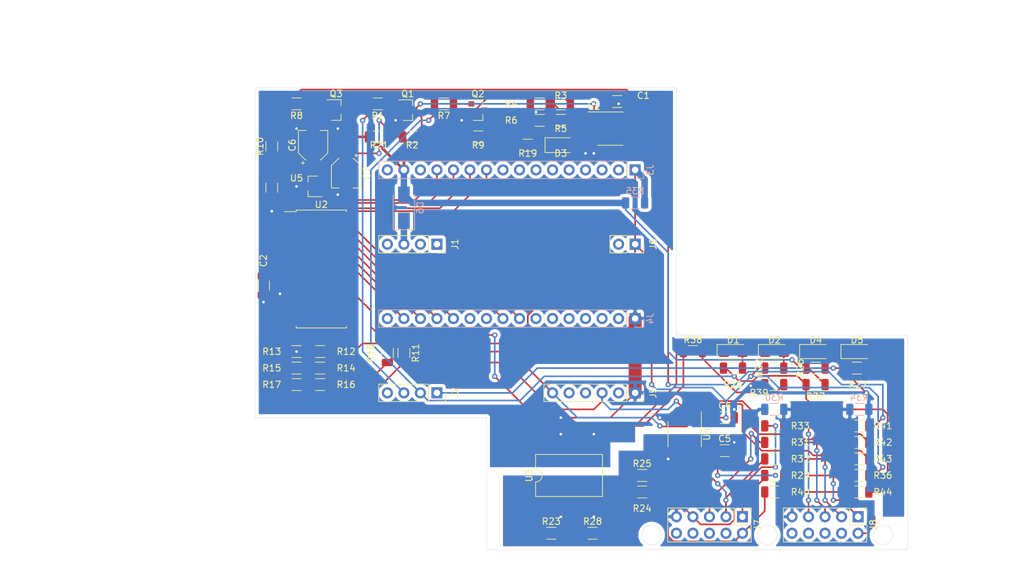
<source format=kicad_pcb>
(kicad_pcb (version 20171130) (host pcbnew "(5.1.10)-1")
  (layers (0 F.Cu signal) (31 B.Cu signal) (34 B.Paste user) (35 F.Paste user) (36 B.SilkS user) (37 F.SilkS user) (38 B.Mask user) (39 F.Mask user) (44 Edge.Cuts user))
  (net 0 "")
  (net 1 +5V)
  (net 2 IO2)
  (net 3 IO15)
  (net 4 +3V3)
  (net 5 PB3)
  (net 6 PB2)
  (net 7 PB1)
  (net 8 PB0)
  (net 9 PA0)
  (net 10 PA1)
  (net 11 PA2)
  (net 12 PA3)
  (net 13 PA4)
  (net 14 PA5)
  (net 15 GND)
  (net 16 SCL)
  (net 17 SDA)
  (net 18 "Net-(Q1-Pad3)")
  (net 19 "Net-(Q1-Pad1)")
  (net 20 "Net-(Q2-Pad1)")
  (net 21 "Net-(Q2-Pad3)")
  (net 22 "Net-(Q3-Pad1)")
  (net 23 "Net-(R3-Pad1)")
  (net 24 "Net-(R5-Pad1)")
  (net 25 "Net-(R12-Pad1)")
  (net 26 "Net-(R14-Pad1)")
  (net 27 "Net-(R16-Pad1)")
  (net 28 "Net-(D1-Pad2)")
  (net 29 "Net-(D2-Pad2)")
  (net 30 "Net-(C1-Pad1)")
  (net 31 reset_ic)
  (net 32 "Net-(C5-Pad1)")
  (net 33 "Net-(J7-Pad7)")
  (net 34 "Net-(J7-Pad3)")
  (net 35 reset)
  (net 36 "Net-(R23-Pad1)")
  (net 37 GND2)
  (net 38 "Net-(J7-Pad5)")
  (net 39 "Net-(D1-Pad1)")
  (net 40 "Net-(D4-Pad2)")
  (net 41 "Net-(D5-Pad2)")
  (net 42 IO0)
  (net 43 "Net-(J7-Pad2)")
  (net 44 "Net-(J8-Pad7)")
  (net 45 "Net-(J8-Pad5)")
  (net 46 "Net-(J8-Pad3)")
  (net 47 "Net-(J8-Pad2)")
  (net 48 "Net-(J8-Pad1)")
  (net 49 "Net-(R28-Pad1)")
  (net 50 LED_PWD)
  (net 51 "Net-(D6-Pad1)")
  (net 52 GND3)
  (module Package_TO_SOT_SMD:SOT-23 (layer F.Cu) (at 87.63 82.55 180)
    (fp_text reference U5 (at 2.54 1.27) (layer F.SilkS))
    (fp_text value TS5204)
    (pad 3 smd rect (at 1 0 180) (size 0.9 0.8) (layers F.Cu F.Paste F.Mask) (net 15 GND))
    (pad 2 smd rect (at -1 0.95 180) (size 0.9 0.8) (layers F.Cu F.Paste F.Mask) (net 1 +5V))
    (pad 1 smd rect (at -1 -0.95 180) (size 0.9 0.8) (layers F.Cu F.Paste F.Mask) (net 30 "Net-(C1-Pad1)"))
  )
  (module Package_DIP:SMDIP-8_W9.53mm (layer F.Cu) (at 127 127 90)
    (fp_text reference U3 (at 0 -6.14 90) (layer F.SilkS))
    (fp_text value LTV-827S)
    (pad 8 smd rect (at 4.765 -3.81 90) (size 2 1.78) (layers F.Cu F.Paste F.Mask) (net 31 reset_ic))
    (pad 4 smd rect (at -4.765 3.81 90) (size 2 1.78) (layers F.Cu F.Paste F.Mask) (net 37 GND2))
    (pad 7 smd rect (at 4.765 -1.27 90) (size 2 1.78) (layers F.Cu F.Paste F.Mask) (net 15 GND))
    (pad 3 smd rect (at -4.765 1.27 90) (size 2 1.78) (layers F.Cu F.Paste F.Mask) (net 49 "Net-(R28-Pad1)"))
    (pad 6 smd rect (at 4.765 1.27 90) (size 2 1.78) (layers F.Cu F.Paste F.Mask) (net 50 LED_PWD))
    (pad 2 smd rect (at -4.765 -1.27 90) (size 2 1.78) (layers F.Cu F.Paste F.Mask) (net 37 GND2))
    (pad 5 smd rect (at 4.765 3.81 90) (size 2 1.78) (layers F.Cu F.Paste F.Mask) (net 15 GND))
    (pad 1 smd rect (at -4.765 -3.81 90) (size 2 1.78) (layers F.Cu F.Paste F.Mask) (net 36 "Net-(R23-Pad1)"))
  )
  (module Diode_SMD:D_SMA (layer B.Cu) (at 101.6 85.82 90)
    (fp_text reference D6 (at 0 2.5 90) (layer B.SilkS) (effects (justify mirror)))
    (fp_text value D_Schottky)
    (pad 2 smd rect (at 2 0 90) (size 2.5 1.8) (layers B.Cu B.Paste B.Mask) (net 1 +5V))
    (pad 1 smd rect (at -2 0 90) (size 2.5 1.8) (layers B.Cu B.Paste B.Mask) (net 51 "Net-(D6-Pad1)"))
  )
  (module Capacitor_SMD:CP_Elec_4x5.8 (layer F.Cu) (at 92.71 80.54 270)
    (fp_text reference C7 (at 0 -3.2 90) (layer F.SilkS))
    (fp_text value 2,2uF)
    (pad 2 smd roundrect (at 1.8 0 270) (size 2.6 1.6) (layers F.Cu F.Paste F.Mask) (roundrect_rratio 0.15625) (net 15 GND))
    (pad 1 smd roundrect (at -1.8 0 270) (size 2.6 1.6) (layers F.Cu F.Paste F.Mask) (roundrect_rratio 0.15625) (net 30 "Net-(C1-Pad1)"))
  )
  (module Capacitor_SMD:CP_Elec_4x5.8 (layer F.Cu) (at 87.63 76.2 90)
    (fp_text reference C6 (at 0 -3.2 90) (layer F.SilkS))
    (fp_text value 1uF)
    (pad 2 smd roundrect (at 1.8 0 90) (size 2.6 1.6) (layers F.Cu F.Paste F.Mask) (roundrect_rratio 0.15625) (net 15 GND))
    (pad 1 smd roundrect (at -1.8 0 90) (size 2.6 1.6) (layers F.Cu F.Paste F.Mask) (roundrect_rratio 0.15625) (net 1 +5V))
  )
  (module Resistor_SMD:R_1206_3216Metric (layer F.Cu) (at 171.6425 129.54 180)
    (fp_text reference R44 (at -3.6175 0) (layer F.SilkS))
    (fp_text value 0)
    (pad 2 smd roundrect (at 1.4625 0 180) (size 1.125 1.75) (layers F.Cu F.Paste F.Mask) (roundrect_rratio 0.222222) (net 47 "Net-(J8-Pad2)"))
    (pad 1 smd roundrect (at -1.4625 0 180) (size 1.125 1.75) (layers F.Cu F.Paste F.Mask) (roundrect_rratio 0.222222) (net 2 IO2))
  )
  (module Resistor_SMD:R_1206_3216Metric (layer F.Cu) (at 171.6425 124.46 180)
    (fp_text reference R43 (at -3.6175 0) (layer F.SilkS))
    (fp_text value 0)
    (pad 2 smd roundrect (at 1.4625 0 180) (size 1.125 1.75) (layers F.Cu F.Paste F.Mask) (roundrect_rratio 0.222222) (net 46 "Net-(J8-Pad3)"))
    (pad 1 smd roundrect (at -1.4625 0 180) (size 1.125 1.75) (layers F.Cu F.Paste F.Mask) (roundrect_rratio 0.222222) (net 17 SDA))
  )
  (module Resistor_SMD:R_1206_3216Metric (layer F.Cu) (at 171.6425 121.92 180)
    (fp_text reference R42 (at -3.6175 0) (layer F.SilkS))
    (fp_text value 0)
    (pad 2 smd roundrect (at 1.4625 0 180) (size 1.125 1.75) (layers F.Cu F.Paste F.Mask) (roundrect_rratio 0.222222) (net 45 "Net-(J8-Pad5)"))
    (pad 1 smd roundrect (at -1.4625 0 180) (size 1.125 1.75) (layers F.Cu F.Paste F.Mask) (roundrect_rratio 0.222222) (net 16 SCL))
  )
  (module Resistor_SMD:R_1206_3216Metric (layer F.Cu) (at 171.6425 119.38 180)
    (fp_text reference R41 (at -3.6175 0) (layer F.SilkS))
    (fp_text value 0)
    (pad 2 smd roundrect (at 1.4625 0 180) (size 1.125 1.75) (layers F.Cu F.Paste F.Mask) (roundrect_rratio 0.222222) (net 44 "Net-(J8-Pad7)"))
    (pad 1 smd roundrect (at -1.4625 0 180) (size 1.125 1.75) (layers F.Cu F.Paste F.Mask) (roundrect_rratio 0.222222) (net 35 reset))
  )
  (module Resistor_SMD:R_1206_3216Metric (layer F.Cu) (at 158.5575 129.54 180)
    (fp_text reference R40 (at -4.0025 0) (layer F.SilkS))
    (fp_text value 0)
    (pad 2 smd roundrect (at 1.4625 0 180) (size 1.125 1.75) (layers F.Cu F.Paste F.Mask) (roundrect_rratio 0.222222) (net 43 "Net-(J7-Pad2)"))
    (pad 1 smd roundrect (at -1.4625 0 180) (size 1.125 1.75) (layers F.Cu F.Paste F.Mask) (roundrect_rratio 0.222222) (net 47 "Net-(J8-Pad2)"))
  )
  (module Resistor_SMD:R_1206_3216Metric (layer F.Cu) (at 158.5575 113.03)
    (fp_text reference R39 (at -2.3475 1.27) (layer F.SilkS))
    (fp_text value 0)
    (pad 2 smd roundrect (at 1.4625 0) (size 1.125 1.75) (layers F.Cu F.Paste F.Mask) (roundrect_rratio 0.222222) (net 39 "Net-(D1-Pad1)"))
    (pad 1 smd roundrect (at -1.4625 0) (size 1.125 1.75) (layers F.Cu F.Paste F.Mask) (roundrect_rratio 0.222222) (net 15 GND))
  )
  (module Resistor_SMD:R_1206_3216Metric (layer F.Cu) (at 146.05 107.95)
    (fp_text reference R38 (at 0 -1.82) (layer F.SilkS))
    (fp_text value 0)
    (pad 2 smd roundrect (at 1.4625 0) (size 1.125 1.75) (layers F.Cu F.Paste F.Mask) (roundrect_rratio 0.222222) (net 39 "Net-(D1-Pad1)"))
    (pad 1 smd roundrect (at -1.4625 0) (size 1.125 1.75) (layers F.Cu F.Paste F.Mask) (roundrect_rratio 0.222222) (net 50 LED_PWD))
  )
  (module Resistor_SMD:R_1206_3216Metric (layer F.Cu) (at 164.9075 113.03 180)
    (fp_text reference R37 (at 0 -1.82) (layer F.SilkS))
    (fp_text value 0)
    (pad 2 smd roundrect (at 1.4625 0 180) (size 1.125 1.75) (layers F.Cu F.Paste F.Mask) (roundrect_rratio 0.222222) (net 2 IO2))
    (pad 1 smd roundrect (at -1.4625 0 180) (size 1.125 1.75) (layers F.Cu F.Paste F.Mask) (roundrect_rratio 0.222222) (net 1 +5V))
  )
  (module Resistor_SMD:R_1206_3216Metric (layer F.Cu) (at 171.6425 127 180)
    (fp_text reference R36 (at -3.6175 0) (layer F.SilkS))
    (fp_text value 0)
    (pad 2 smd roundrect (at 1.4625 0 180) (size 1.125 1.75) (layers F.Cu F.Paste F.Mask) (roundrect_rratio 0.222222) (net 48 "Net-(J8-Pad1)"))
    (pad 1 smd roundrect (at -1.4625 0 180) (size 1.125 1.75) (layers F.Cu F.Paste F.Mask) (roundrect_rratio 0.222222) (net 4 +3V3))
  )
  (module Resistor_SMD:R_1206_3216Metric (layer B.Cu) (at 137.16 85.09 180)
    (fp_text reference R35 (at 0 1.82) (layer B.SilkS) (effects (justify mirror)))
    (fp_text value 0)
    (pad 2 smd roundrect (at 1.4625 0 180) (size 1.125 1.75) (layers B.Cu B.Paste B.Mask) (roundrect_rratio 0.222222) (net 1 +5V))
    (pad 1 smd roundrect (at -1.4625 0 180) (size 1.125 1.75) (layers B.Cu B.Paste B.Mask) (roundrect_rratio 0.222222) (net 4 +3V3))
  )
  (module Resistor_SMD:R_1206_3216Metric (layer B.Cu) (at 171.6425 116.84 180)
    (fp_text reference R34 (at 0 1.82) (layer B.SilkS) (effects (justify mirror)))
    (fp_text value 0)
    (pad 2 smd roundrect (at 1.4625 0 180) (size 1.125 1.75) (layers B.Cu B.Paste B.Mask) (roundrect_rratio 0.222222) (net 52 GND3))
    (pad 1 smd roundrect (at -1.4625 0 180) (size 1.125 1.75) (layers B.Cu B.Paste B.Mask) (roundrect_rratio 0.222222) (net 15 GND))
  )
  (module Resistor_SMD:R_1206_3216Metric (layer F.Cu) (at 158.5575 119.38 180)
    (fp_text reference R33 (at -4.0025 0) (layer F.SilkS))
    (fp_text value 0)
    (pad 2 smd roundrect (at 1.4625 0 180) (size 1.125 1.75) (layers F.Cu F.Paste F.Mask) (roundrect_rratio 0.222222) (net 33 "Net-(J7-Pad7)"))
    (pad 1 smd roundrect (at -1.4625 0 180) (size 1.125 1.75) (layers F.Cu F.Paste F.Mask) (roundrect_rratio 0.222222) (net 44 "Net-(J8-Pad7)"))
  )
  (module Resistor_SMD:R_1206_3216Metric (layer F.Cu) (at 158.5575 124.46 180)
    (fp_text reference R32 (at -4.0025 0) (layer F.SilkS))
    (fp_text value 0)
    (pad 2 smd roundrect (at 1.4625 0 180) (size 1.125 1.75) (layers F.Cu F.Paste F.Mask) (roundrect_rratio 0.222222) (net 34 "Net-(J7-Pad3)"))
    (pad 1 smd roundrect (at -1.4625 0 180) (size 1.125 1.75) (layers F.Cu F.Paste F.Mask) (roundrect_rratio 0.222222) (net 46 "Net-(J8-Pad3)"))
  )
  (module Resistor_SMD:R_1206_3216Metric (layer F.Cu) (at 158.5575 121.92 180)
    (fp_text reference R31 (at -4.0025 0) (layer F.SilkS))
    (fp_text value 0)
    (pad 2 smd roundrect (at 1.4625 0 180) (size 1.125 1.75) (layers F.Cu F.Paste F.Mask) (roundrect_rratio 0.222222) (net 38 "Net-(J7-Pad5)"))
    (pad 1 smd roundrect (at -1.4625 0 180) (size 1.125 1.75) (layers F.Cu F.Paste F.Mask) (roundrect_rratio 0.222222) (net 45 "Net-(J8-Pad5)"))
  )
  (module Resistor_SMD:R_1206_3216Metric (layer B.Cu) (at 158.5575 116.84 180)
    (fp_text reference R30 (at 0 1.82) (layer B.SilkS) (effects (justify mirror)))
    (fp_text value R)
    (pad 2 smd roundrect (at 1.4625 0 180) (size 1.125 1.75) (layers B.Cu B.Paste B.Mask) (roundrect_rratio 0.222222) (net 37 GND2))
    (pad 1 smd roundrect (at -1.4625 0 180) (size 1.125 1.75) (layers B.Cu B.Paste B.Mask) (roundrect_rratio 0.222222) (net 52 GND3))
  )
  (module Resistor_SMD:R_1206_3216Metric (layer F.Cu) (at 158.5575 127 180)
    (fp_text reference R29 (at -4.0025 0) (layer F.SilkS))
    (fp_text value R)
    (pad 2 smd roundrect (at 1.4625 0 180) (size 1.125 1.75) (layers F.Cu F.Paste F.Mask) (roundrect_rratio 0.222222) (net 32 "Net-(C5-Pad1)"))
    (pad 1 smd roundrect (at -1.4625 0 180) (size 1.125 1.75) (layers F.Cu F.Paste F.Mask) (roundrect_rratio 0.222222) (net 48 "Net-(J8-Pad1)"))
  )
  (module Resistor_SMD:R_1206_3216Metric (layer F.Cu) (at 130.6175 135.89)
    (fp_text reference R28 (at 0 -1.82) (layer F.SilkS))
    (fp_text value 1k)
    (pad 2 smd roundrect (at 1.4625 0) (size 1.125 1.75) (layers F.Cu F.Paste F.Mask) (roundrect_rratio 0.222222) (net 43 "Net-(J7-Pad2)"))
    (pad 1 smd roundrect (at -1.4625 0) (size 1.125 1.75) (layers F.Cu F.Paste F.Mask) (roundrect_rratio 0.222222) (net 49 "Net-(R28-Pad1)"))
  )
  (module Resistor_SMD:R_1206_3216Metric (layer F.Cu) (at 171.2575 110.49)
    (fp_text reference R27 (at 0.1925 2.54) (layer F.SilkS))
    (fp_text value 600)
    (pad 2 smd roundrect (at 1.4625 0) (size 1.125 1.75) (layers F.Cu F.Paste F.Mask) (roundrect_rratio 0.222222) (net 41 "Net-(D5-Pad2)"))
    (pad 1 smd roundrect (at -1.4625 0) (size 1.125 1.75) (layers F.Cu F.Paste F.Mask) (roundrect_rratio 0.222222) (net 42 IO0))
  )
  (module Resistor_SMD:R_1206_3216Metric (layer F.Cu) (at 164.9075 110.49)
    (fp_text reference R26 (at -2.3475 0 90) (layer F.SilkS))
    (fp_text value 600)
    (pad 2 smd roundrect (at 1.4625 0) (size 1.125 1.75) (layers F.Cu F.Paste F.Mask) (roundrect_rratio 0.222222) (net 40 "Net-(D4-Pad2)"))
    (pad 1 smd roundrect (at -1.4625 0) (size 1.125 1.75) (layers F.Cu F.Paste F.Mask) (roundrect_rratio 0.222222) (net 1 +5V))
  )
  (module LED_SMD:LED_1206_3216Metric_Castellated (layer F.Cu) (at 171.295 107.95)
    (fp_text reference D5 (at 0 -1.78) (layer F.SilkS))
    (fp_text value "LED Red")
    (pad 2 smd roundrect (at 1.425 0) (size 1.6 1.65) (layers F.Cu F.Paste F.Mask) (roundrect_rratio 0.15625) (net 41 "Net-(D5-Pad2)"))
    (pad 1 smd roundrect (at -1.425 0) (size 1.6 1.65) (layers F.Cu F.Paste F.Mask) (roundrect_rratio 0.15625) (net 15 GND))
  )
  (module LED_SMD:LED_1206_3216Metric_Castellated (layer F.Cu) (at 164.945 107.95)
    (fp_text reference D4 (at 0 -1.78) (layer F.SilkS))
    (fp_text value "LED Green")
    (pad 2 smd roundrect (at 1.425 0) (size 1.6 1.65) (layers F.Cu F.Paste F.Mask) (roundrect_rratio 0.15625) (net 40 "Net-(D4-Pad2)"))
    (pad 1 smd roundrect (at -1.425 0) (size 1.6 1.65) (layers F.Cu F.Paste F.Mask) (roundrect_rratio 0.15625) (net 15 GND))
  )
  (module Package_SO:SOIC-8_3.9x4.9mm_P1.27mm (layer F.Cu) (at 144.78 120.65 270)
    (fp_text reference U4 (at 0 -3.4 90) (layer F.SilkS))
    (fp_text value ADuM1200AR)
    (pad 8 smd roundrect (at 2.475 -1.905 270) (size 1.95 0.6) (layers F.Cu F.Paste F.Mask) (net 32 "Net-(C5-Pad1)"))
    (pad 7 smd roundrect (at 2.475 -0.635 270) (size 1.95 0.6) (layers F.Cu F.Paste F.Mask) (net 34 "Net-(J7-Pad3)"))
    (pad 6 smd roundrect (at 2.475 0.635 270) (size 1.95 0.6) (layers F.Cu F.Paste F.Mask) (net 38 "Net-(J7-Pad5)"))
    (pad 5 smd roundrect (at 2.475 1.905 270) (size 1.95 0.6) (layers F.Cu F.Paste F.Mask) (net 37 GND2))
    (pad 4 smd roundrect (at -2.475 1.905 270) (size 1.95 0.6) (layers F.Cu F.Paste F.Mask) (net 15 GND))
    (pad 3 smd roundrect (at -2.475 0.635 270) (size 1.95 0.6) (layers F.Cu F.Paste F.Mask) (net 16 SCL))
    (pad 2 smd roundrect (at -2.475 -0.635 270) (size 1.95 0.6) (layers F.Cu F.Paste F.Mask) (net 17 SDA))
    (pad 1 smd roundrect (at -2.475 -1.905 270) (size 1.95 0.6) (layers F.Cu F.Paste F.Mask) (net 4 +3V3))
  )
  (module Resistor_SMD:R_1206_3216Metric (layer F.Cu) (at 138.2375 127)
    (fp_text reference R25 (at 0 -1.82) (layer F.SilkS))
    (fp_text value 4,7k)
    (pad 2 smd roundrect (at 1.4625 0) (size 1.125 1.75) (layers F.Cu F.Paste F.Mask) (roundrect_rratio 0.222222) (net 38 "Net-(J7-Pad5)"))
    (pad 1 smd roundrect (at -1.4625 0) (size 1.125 1.75) (layers F.Cu F.Paste F.Mask) (roundrect_rratio 0.222222) (net 32 "Net-(C5-Pad1)"))
  )
  (module Resistor_SMD:R_1206_3216Metric (layer F.Cu) (at 138.2375 129.54)
    (fp_text reference R24 (at 0 2.54) (layer F.SilkS))
    (fp_text value 4,7k)
    (pad 2 smd roundrect (at 1.4625 0) (size 1.125 1.75) (layers F.Cu F.Paste F.Mask) (roundrect_rratio 0.222222) (net 34 "Net-(J7-Pad3)"))
    (pad 1 smd roundrect (at -1.4625 0) (size 1.125 1.75) (layers F.Cu F.Paste F.Mask) (roundrect_rratio 0.222222) (net 32 "Net-(C5-Pad1)"))
  )
  (module Resistor_SMD:R_1206_3216Metric (layer F.Cu) (at 124.2675 135.89)
    (fp_text reference R23 (at 0 -1.82) (layer F.SilkS))
    (fp_text value 1k)
    (pad 2 smd roundrect (at 1.4625 0) (size 1.125 1.75) (layers F.Cu F.Paste F.Mask) (roundrect_rratio 0.222222) (net 33 "Net-(J7-Pad7)"))
    (pad 1 smd roundrect (at -1.4625 0) (size 1.125 1.75) (layers F.Cu F.Paste F.Mask) (roundrect_rratio 0.222222) (net 36 "Net-(R23-Pad1)"))
  )
  (module Connector_PinHeader_2.54mm:PinHeader_2x05_P2.54mm_Vertical (layer F.Cu) (at 171.45 133.35 270)
    (fp_text reference J8 (at 1.27 -2.33 90) (layer F.SilkS))
    (fp_text value Conn_02x05_Top_Bottom)
    (pad 10 thru_hole oval (at 2.54 10.16 270) (size 1.7 1.7) (drill 1) (layers *.Cu *.Mask))
    (pad 9 thru_hole oval (at 0 10.16 270) (size 1.7 1.7) (drill 1) (layers *.Cu *.Mask) (net 52 GND3))
    (pad 8 thru_hole oval (at 2.54 7.62 270) (size 1.7 1.7) (drill 1) (layers *.Cu *.Mask))
    (pad 7 thru_hole oval (at 0 7.62 270) (size 1.7 1.7) (drill 1) (layers *.Cu *.Mask) (net 44 "Net-(J8-Pad7)"))
    (pad 6 thru_hole oval (at 2.54 5.08 270) (size 1.7 1.7) (drill 1) (layers *.Cu *.Mask))
    (pad 5 thru_hole oval (at 0 5.08 270) (size 1.7 1.7) (drill 1) (layers *.Cu *.Mask) (net 45 "Net-(J8-Pad5)"))
    (pad 4 thru_hole oval (at 2.54 2.54 270) (size 1.7 1.7) (drill 1) (layers *.Cu *.Mask))
    (pad 3 thru_hole oval (at 0 2.54 270) (size 1.7 1.7) (drill 1) (layers *.Cu *.Mask) (net 46 "Net-(J8-Pad3)"))
    (pad 2 thru_hole oval (at 2.54 0 270) (size 1.7 1.7) (drill 1) (layers *.Cu *.Mask) (net 47 "Net-(J8-Pad2)"))
    (pad 1 thru_hole rect (at 0 0 270) (size 1.7 1.7) (drill 1) (layers *.Cu *.Mask) (net 48 "Net-(J8-Pad1)"))
  )
  (module Connector_PinHeader_2.54mm:PinHeader_2x05_P2.54mm_Vertical (layer F.Cu) (at 153.67 133.35 270)
    (fp_text reference J7 (at 1.27 -2.33 90) (layer F.SilkS))
    (fp_text value Conn_02x05_Top_Bottom)
    (pad 10 thru_hole oval (at 2.54 10.16 270) (size 1.7 1.7) (drill 1) (layers *.Cu *.Mask))
    (pad 9 thru_hole oval (at 0 10.16 270) (size 1.7 1.7) (drill 1) (layers *.Cu *.Mask) (net 37 GND2))
    (pad 8 thru_hole oval (at 2.54 7.62 270) (size 1.7 1.7) (drill 1) (layers *.Cu *.Mask))
    (pad 7 thru_hole oval (at 0 7.62 270) (size 1.7 1.7) (drill 1) (layers *.Cu *.Mask) (net 33 "Net-(J7-Pad7)"))
    (pad 6 thru_hole oval (at 2.54 5.08 270) (size 1.7 1.7) (drill 1) (layers *.Cu *.Mask))
    (pad 5 thru_hole oval (at 0 5.08 270) (size 1.7 1.7) (drill 1) (layers *.Cu *.Mask) (net 38 "Net-(J7-Pad5)"))
    (pad 4 thru_hole oval (at 2.54 2.54 270) (size 1.7 1.7) (drill 1) (layers *.Cu *.Mask))
    (pad 3 thru_hole oval (at 0 2.54 270) (size 1.7 1.7) (drill 1) (layers *.Cu *.Mask) (net 34 "Net-(J7-Pad3)"))
    (pad 2 thru_hole oval (at 2.54 0 270) (size 1.7 1.7) (drill 1) (layers *.Cu *.Mask) (net 43 "Net-(J7-Pad2)"))
    (pad 1 thru_hole rect (at 0 0 270) (size 1.7 1.7) (drill 1) (layers *.Cu *.Mask) (net 32 "Net-(C5-Pad1)"))
  )
  (module Capacitor_SMD:C_1206_3216Metric (layer F.Cu) (at 150.925 123.19)
    (fp_text reference C5 (at 0 -1.85) (layer F.SilkS))
    (fp_text value 100nF)
    (pad 2 smd roundrect (at 1.475 0) (size 1.15 1.8) (layers F.Cu F.Paste F.Mask) (roundrect_rratio 0.217391) (net 37 GND2))
    (pad 1 smd roundrect (at -1.475 0) (size 1.15 1.8) (layers F.Cu F.Paste F.Mask) (roundrect_rratio 0.217391) (net 32 "Net-(C5-Pad1)"))
  )
  (module Capacitor_SMD:C_1206_3216Metric (layer F.Cu) (at 150.925 118.11)
    (fp_text reference C4 (at 0 -1.85) (layer F.SilkS))
    (fp_text value 100nF)
    (pad 2 smd roundrect (at 1.475 0) (size 1.15 1.8) (layers F.Cu F.Paste F.Mask) (roundrect_rratio 0.217391) (net 15 GND))
    (pad 1 smd roundrect (at -1.475 0) (size 1.15 1.8) (layers F.Cu F.Paste F.Mask) (roundrect_rratio 0.217391) (net 4 +3V3))
  )
  (module Resistor_SMD:R_1206_3216Metric (layer F.Cu) (at 97.5975 74.93)
    (fp_text reference R21 (at 0.1925 1.27) (layer F.SilkS))
    (fp_text value 0)
    (pad 2 smd roundrect (at 1.4625 0) (size 1.125 1.75) (layers F.Cu F.Paste F.Mask) (roundrect_rratio 0.222222) (net 30 "Net-(C1-Pad1)"))
    (pad 1 smd roundrect (at -1.4625 0) (size 1.125 1.75) (layers F.Cu F.Paste F.Mask) (roundrect_rratio 0.222222) (net 1 +5V))
  )
  (module Resistor_SMD:R_1206_3216Metric (layer F.Cu) (at 120.65 76.2)
    (fp_text reference R19 (at 0 1.27) (layer F.SilkS))
    (fp_text value 600)
    (pad 2 smd roundrect (at 1.4625 0) (size 1.125 1.75) (layers F.Cu F.Paste F.Mask) (roundrect_rratio 0.222222) (net 30 "Net-(C1-Pad1)"))
    (pad 1 smd roundrect (at -1.4625 0) (size 1.125 1.75) (layers F.Cu F.Paste F.Mask) (roundrect_rratio 0.222222) (net 1 +5V))
  )
  (module Diode_SMD:D_1206_3216Metric (layer F.Cu) (at 125.6 76.2)
    (fp_text reference D3 (at 0.13 1.27) (layer F.SilkS))
    (fp_text value DZ2S047X0L)
    (pad 2 smd roundrect (at 1.4 0) (size 1.25 1.75) (layers F.Cu F.Paste F.Mask) (roundrect_rratio 0.2) (net 15 GND))
    (pad 1 smd roundrect (at -1.4 0) (size 1.25 1.75) (layers F.Cu F.Paste F.Mask) (roundrect_rratio 0.2) (net 30 "Net-(C1-Pad1)"))
  )
  (module Resistor_SMD:R_1206_3216Metric (layer F.Cu) (at 158.5575 110.49)
    (fp_text reference R22 (at -2.3475 0 90) (layer F.SilkS))
    (fp_text value 600)
    (pad 2 smd roundrect (at 1.4625 0) (size 1.125 1.75) (layers F.Cu F.Paste F.Mask) (roundrect_rratio 0.222222) (net 29 "Net-(D2-Pad2)"))
    (pad 1 smd roundrect (at -1.4625 0) (size 1.125 1.75) (layers F.Cu F.Paste F.Mask) (roundrect_rratio 0.222222) (net 4 +3V3))
  )
  (module Resistor_SMD:R_1206_3216Metric (layer F.Cu) (at 152.2075 110.49)
    (fp_text reference R20 (at 0 2.54) (layer F.SilkS))
    (fp_text value 600)
    (pad 2 smd roundrect (at 1.4625 0) (size 1.125 1.75) (layers F.Cu F.Paste F.Mask) (roundrect_rratio 0.222222) (net 28 "Net-(D1-Pad2)"))
    (pad 1 smd roundrect (at -1.4625 0) (size 1.125 1.75) (layers F.Cu F.Paste F.Mask) (roundrect_rratio 0.222222) (net 2 IO2))
  )
  (module LED_SMD:LED_1206_3216Metric_Castellated (layer F.Cu) (at 158.595 107.95)
    (fp_text reference D2 (at 0 -1.78) (layer F.SilkS))
    (fp_text value "LED Orange")
    (pad 2 smd roundrect (at 1.425 0) (size 1.6 1.65) (layers F.Cu F.Paste F.Mask) (roundrect_rratio 0.15625) (net 29 "Net-(D2-Pad2)"))
    (pad 1 smd roundrect (at -1.425 0) (size 1.6 1.65) (layers F.Cu F.Paste F.Mask) (roundrect_rratio 0.15625) (net 31 reset_ic))
  )
  (module LED_SMD:LED_1206_3216Metric_Castellated (layer F.Cu) (at 152.245 107.95)
    (fp_text reference D1 (at 0 -1.78) (layer F.SilkS))
    (fp_text value "LED Blue")
    (pad 2 smd roundrect (at 1.425 0) (size 1.6 1.65) (layers F.Cu F.Paste F.Mask) (roundrect_rratio 0.15625) (net 28 "Net-(D1-Pad2)"))
    (pad 1 smd roundrect (at -1.425 0) (size 1.6 1.65) (layers F.Cu F.Paste F.Mask) (roundrect_rratio 0.15625) (net 39 "Net-(D1-Pad1)"))
  )
  (module Capacitor_SMD:C_1206_3216Metric (layer F.Cu) (at 81.28 82.7425 90)
    (fp_text reference C3 hide)
    (fp_text value 100nf)
    (pad 2 smd roundrect (at 1.475 0 90) (size 1.15 1.8) (layers F.Cu F.Paste F.Mask) (roundrect_rratio 0.217391) (net 31 reset_ic))
    (pad 1 smd roundrect (at -1.475 0 90) (size 1.15 1.8) (layers F.Cu F.Paste F.Mask) (roundrect_rratio 0.217391) (net 15 GND))
  )
  (module Capacitor_SMD:C_1206_3216Metric (layer F.Cu) (at 80.01 97.79 90)
    (fp_text reference C2 (at 3.81 0 90) (layer F.SilkS))
    (fp_text value 100nf)
    (pad 2 smd roundrect (at 1.475 0 90) (size 1.15 1.8) (layers F.Cu F.Paste F.Mask) (roundrect_rratio 0.217391) (net 4 +3V3))
    (pad 1 smd roundrect (at -1.475 0 90) (size 1.15 1.8) (layers F.Cu F.Paste F.Mask) (roundrect_rratio 0.217391) (net 15 GND))
  )
  (module Capacitor_SMD:C_1206_3216Metric (layer F.Cu) (at 134.415 69.5 180)
    (fp_text reference C1 (at -4.015 0.92) (layer F.SilkS))
    (fp_text value 100nf)
    (pad 2 smd roundrect (at 1.475 0 180) (size 1.15 1.8) (layers F.Cu F.Paste F.Mask) (roundrect_rratio 0.217391) (net 15 GND))
    (pad 1 smd roundrect (at -1.475 0 180) (size 1.15 1.8) (layers F.Cu F.Paste F.Mask) (roundrect_rratio 0.217391) (net 30 "Net-(C1-Pad1)"))
  )
  (module Connector_PinSocket_2.54mm:PinSocket_1x04_P2.54mm_Vertical (layer F.Cu) (at 106.68 91.44 270)
    (fp_text reference J1 (at 0 -2.77 90) (layer F.SilkS))
    (fp_text value Conn_01x04_Female)
    (pad 4 thru_hole oval (at 0 7.62 270) (size 1.7 1.7) (drill 1) (layers *.Cu *.Mask))
    (pad 3 thru_hole oval (at 0 5.08 270) (size 1.7 1.7) (drill 1) (layers *.Cu *.Mask) (net 51 "Net-(D6-Pad1)"))
    (pad 2 thru_hole oval (at 0 2.54 270) (size 1.7 1.7) (drill 1) (layers *.Cu *.Mask))
    (pad 1 thru_hole rect (at 0 0 270) (size 1.7 1.7) (drill 1) (layers *.Cu *.Mask))
  )
  (module Connector_PinSocket_2.54mm:PinSocket_1x04_P2.54mm_Vertical (layer F.Cu) (at 106.68 114.3 270)
    (fp_text reference J2 (at 0 -2.77 90) (layer F.SilkS))
    (fp_text value Conn_01x04_Female)
    (pad 1 thru_hole rect (at 0 0 270) (size 1.7 1.7) (drill 1) (layers *.Cu *.Mask) (net 42 IO0))
    (pad 2 thru_hole oval (at 0 2.54 270) (size 1.7 1.7) (drill 1) (layers *.Cu *.Mask) (net 2 IO2))
    (pad 3 thru_hole oval (at 0 5.08 270) (size 1.7 1.7) (drill 1) (layers *.Cu *.Mask) (net 3 IO15))
    (pad 4 thru_hole oval (at 0 7.62 270) (size 1.7 1.7) (drill 1) (layers *.Cu *.Mask))
  )
  (module Connector_PinHeader_2.54mm:PinHeader_1x16_P2.54mm_Vertical (layer B.Cu) (at 137.16 80.01 90)
    (fp_text reference J3 (at 0 2.33 -90) (layer B.SilkS) (effects (justify mirror)))
    (fp_text value Conn_01x16_Male)
    (pad 1 thru_hole rect (at 0 0 90) (size 1.7 1.7) (drill 1) (layers *.Cu *.Mask) (net 4 +3V3))
    (pad 2 thru_hole oval (at 0 -2.54 90) (size 1.7 1.7) (drill 1) (layers *.Cu *.Mask))
    (pad 3 thru_hole oval (at 0 -5.08 90) (size 1.7 1.7) (drill 1) (layers *.Cu *.Mask))
    (pad 4 thru_hole oval (at 0 -7.62 90) (size 1.7 1.7) (drill 1) (layers *.Cu *.Mask))
    (pad 5 thru_hole oval (at 0 -10.16 90) (size 1.7 1.7) (drill 1) (layers *.Cu *.Mask))
    (pad 6 thru_hole oval (at 0 -12.7 90) (size 1.7 1.7) (drill 1) (layers *.Cu *.Mask))
    (pad 7 thru_hole oval (at 0 -15.24 90) (size 1.7 1.7) (drill 1) (layers *.Cu *.Mask))
    (pad 8 thru_hole oval (at 0 -17.78 90) (size 1.7 1.7) (drill 1) (layers *.Cu *.Mask))
    (pad 9 thru_hole oval (at 0 -20.32 90) (size 1.7 1.7) (drill 1) (layers *.Cu *.Mask))
    (pad 10 thru_hole oval (at 0 -22.86 90) (size 1.7 1.7) (drill 1) (layers *.Cu *.Mask) (net 5 PB3))
    (pad 11 thru_hole oval (at 0 -25.4 90) (size 1.7 1.7) (drill 1) (layers *.Cu *.Mask) (net 6 PB2))
    (pad 12 thru_hole oval (at 0 -27.94 90) (size 1.7 1.7) (drill 1) (layers *.Cu *.Mask) (net 7 PB1))
    (pad 13 thru_hole oval (at 0 -30.48 90) (size 1.7 1.7) (drill 1) (layers *.Cu *.Mask) (net 8 PB0))
    (pad 14 thru_hole oval (at 0 -33.02 90) (size 1.7 1.7) (drill 1) (layers *.Cu *.Mask))
    (pad 15 thru_hole oval (at 0 -35.56 90) (size 1.7 1.7) (drill 1) (layers *.Cu *.Mask) (net 1 +5V))
    (pad 16 thru_hole oval (at 0 -38.1 90) (size 1.7 1.7) (drill 1) (layers *.Cu *.Mask))
  )
  (module Connector_PinHeader_2.54mm:PinHeader_1x16_P2.54mm_Vertical (layer B.Cu) (at 137.16 102.87 90)
    (fp_text reference J4 (at 0 2.33 -90) (layer B.SilkS) (effects (justify mirror)))
    (fp_text value Conn_01x16_Male)
    (pad 16 thru_hole oval (at 0 -38.1 90) (size 1.7 1.7) (drill 1) (layers *.Cu *.Mask))
    (pad 15 thru_hole oval (at 0 -35.56 90) (size 1.7 1.7) (drill 1) (layers *.Cu *.Mask) (net 9 PA0))
    (pad 14 thru_hole oval (at 0 -33.02 90) (size 1.7 1.7) (drill 1) (layers *.Cu *.Mask) (net 10 PA1))
    (pad 13 thru_hole oval (at 0 -30.48 90) (size 1.7 1.7) (drill 1) (layers *.Cu *.Mask) (net 11 PA2))
    (pad 12 thru_hole oval (at 0 -27.94 90) (size 1.7 1.7) (drill 1) (layers *.Cu *.Mask) (net 12 PA3))
    (pad 11 thru_hole oval (at 0 -25.4 90) (size 1.7 1.7) (drill 1) (layers *.Cu *.Mask))
    (pad 10 thru_hole oval (at 0 -22.86 90) (size 1.7 1.7) (drill 1) (layers *.Cu *.Mask))
    (pad 9 thru_hole oval (at 0 -20.32 90) (size 1.7 1.7) (drill 1) (layers *.Cu *.Mask) (net 13 PA4))
    (pad 8 thru_hole oval (at 0 -17.78 90) (size 1.7 1.7) (drill 1) (layers *.Cu *.Mask) (net 14 PA5))
    (pad 7 thru_hole oval (at 0 -15.24 90) (size 1.7 1.7) (drill 1) (layers *.Cu *.Mask))
    (pad 6 thru_hole oval (at 0 -12.7 90) (size 1.7 1.7) (drill 1) (layers *.Cu *.Mask))
    (pad 5 thru_hole oval (at 0 -10.16 90) (size 1.7 1.7) (drill 1) (layers *.Cu *.Mask))
    (pad 4 thru_hole oval (at 0 -7.62 90) (size 1.7 1.7) (drill 1) (layers *.Cu *.Mask))
    (pad 3 thru_hole oval (at 0 -5.08 90) (size 1.7 1.7) (drill 1) (layers *.Cu *.Mask))
    (pad 2 thru_hole oval (at 0 -2.54 90) (size 1.7 1.7) (drill 1) (layers *.Cu *.Mask))
    (pad 1 thru_hole rect (at 0 0 90) (size 1.7 1.7) (drill 1) (layers *.Cu *.Mask) (net 15 GND))
  )
  (module Connector_PinSocket_2.54mm:PinSocket_1x06_P2.54mm_Vertical (layer F.Cu) (at 137.16 114.3 270)
    (fp_text reference J5 (at 0 -2.77 90) (layer F.SilkS))
    (fp_text value Conn_01x06_Female)
    (pad 1 thru_hole rect (at 0 0 270) (size 1.7 1.7) (drill 1) (layers *.Cu *.Mask) (net 15 GND))
    (pad 2 thru_hole oval (at 0 2.54 270) (size 1.7 1.7) (drill 1) (layers *.Cu *.Mask))
    (pad 3 thru_hole oval (at 0 5.08 270) (size 1.7 1.7) (drill 1) (layers *.Cu *.Mask) (net 16 SCL))
    (pad 4 thru_hole oval (at 0 7.62 270) (size 1.7 1.7) (drill 1) (layers *.Cu *.Mask))
    (pad 5 thru_hole oval (at 0 10.16 270) (size 1.7 1.7) (drill 1) (layers *.Cu *.Mask))
    (pad 6 thru_hole oval (at 0 12.7 270) (size 1.7 1.7) (drill 1) (layers *.Cu *.Mask) (net 17 SDA))
  )
  (module Connector_PinSocket_2.54mm:PinSocket_1x02_P2.54mm_Vertical (layer F.Cu) (at 137.16 91.44 270)
    (fp_text reference J6 (at 0 -2.77 90) (layer F.SilkS))
    (fp_text value Conn_01x02_Female)
    (pad 1 thru_hole rect (at 0 0 270) (size 1.7 1.7) (drill 1) (layers *.Cu *.Mask) (net 4 +3V3))
    (pad 2 thru_hole oval (at 0 2.54 270) (size 1.7 1.7) (drill 1) (layers *.Cu *.Mask))
  )
  (module Package_TO_SOT_SMD:SOT-23 (layer F.Cu) (at 102.185001 70.815001)
    (fp_text reference Q1 (at 0 -2.5) (layer F.SilkS))
    (fp_text value BC817)
    (pad 3 smd rect (at 1 0) (size 0.9 0.8) (layers F.Cu F.Paste F.Mask) (net 18 "Net-(Q1-Pad3)"))
    (pad 2 smd rect (at -1 0.95) (size 0.9 0.8) (layers F.Cu F.Paste F.Mask) (net 15 GND))
    (pad 1 smd rect (at -1 -0.95) (size 0.9 0.8) (layers F.Cu F.Paste F.Mask) (net 19 "Net-(Q1-Pad1)"))
  )
  (module Package_TO_SOT_SMD:SOT-23 (layer F.Cu) (at 112.975001 70.815001)
    (fp_text reference Q2 (at 0 -2.5) (layer F.SilkS))
    (fp_text value BC817)
    (pad 1 smd rect (at -1 -0.95) (size 0.9 0.8) (layers F.Cu F.Paste F.Mask) (net 20 "Net-(Q2-Pad1)"))
    (pad 2 smd rect (at -1 0.95) (size 0.9 0.8) (layers F.Cu F.Paste F.Mask) (net 15 GND))
    (pad 3 smd rect (at 1 0) (size 0.9 0.8) (layers F.Cu F.Paste F.Mask) (net 21 "Net-(Q2-Pad3)"))
  )
  (module Package_TO_SOT_SMD:SOT-23 (layer F.Cu) (at 91.17 70.8)
    (fp_text reference Q3 (at 0 -2.5) (layer F.SilkS))
    (fp_text value BC817)
    (pad 1 smd rect (at -1 -0.95) (size 0.9 0.8) (layers F.Cu F.Paste F.Mask) (net 22 "Net-(Q3-Pad1)"))
    (pad 2 smd rect (at -1 0.95) (size 0.9 0.8) (layers F.Cu F.Paste F.Mask) (net 15 GND))
    (pad 3 smd rect (at 1 0) (size 0.9 0.8) (layers F.Cu F.Paste F.Mask) (net 31 reset_ic))
  )
  (module Resistor_SMD:R_1206_3216Metric (layer F.Cu) (at 97.5975 69.85 180)
    (fp_text reference R1 (at 0 -1.82) (layer F.SilkS))
    (fp_text value 1k)
    (pad 1 smd roundrect (at -1.4625 0 180) (size 1.125 1.75) (layers F.Cu F.Paste F.Mask) (roundrect_rratio 0.222222) (net 19 "Net-(Q1-Pad1)"))
    (pad 2 smd roundrect (at 1.4625 0 180) (size 1.125 1.75) (layers F.Cu F.Paste F.Mask) (roundrect_rratio 0.222222) (net 3 IO15))
  )
  (module Resistor_SMD:R_1206_3216Metric (layer F.Cu) (at 102.87 74.93)
    (fp_text reference R2 (at 0 1.27) (layer F.SilkS))
    (fp_text value 10k)
    (pad 2 smd roundrect (at 1.4625 0) (size 1.125 1.75) (layers F.Cu F.Paste F.Mask) (roundrect_rratio 0.222222) (net 18 "Net-(Q1-Pad3)"))
    (pad 1 smd roundrect (at -1.4625 0) (size 1.125 1.75) (layers F.Cu F.Paste F.Mask) (roundrect_rratio 0.222222) (net 30 "Net-(C1-Pad1)"))
  )
  (module Resistor_SMD:R_1206_3216Metric (layer F.Cu) (at 125.73 69.85)
    (fp_text reference R3 (at 0 -1.27) (layer F.SilkS))
    (fp_text value 0)
    (pad 1 smd roundrect (at -1.4625 0) (size 1.125 1.75) (layers F.Cu F.Paste F.Mask) (roundrect_rratio 0.222222) (net 23 "Net-(R3-Pad1)"))
    (pad 2 smd roundrect (at 1.4625 0) (size 1.125 1.75) (layers F.Cu F.Paste F.Mask) (roundrect_rratio 0.222222) (net 30 "Net-(C1-Pad1)"))
  )
  (module Resistor_SMD:R_1206_3216Metric (layer F.Cu) (at 122.5 69.85 180)
    (fp_text reference R4 (at 4.39 0) (layer F.SilkS))
    (fp_text value 0)
    (pad 2 smd roundrect (at 1.4625 0 180) (size 1.125 1.75) (layers F.Cu F.Paste F.Mask) (roundrect_rratio 0.222222) (net 15 GND))
    (pad 1 smd roundrect (at -1.4625 0 180) (size 1.125 1.75) (layers F.Cu F.Paste F.Mask) (roundrect_rratio 0.222222) (net 23 "Net-(R3-Pad1)"))
  )
  (module Resistor_SMD:R_1206_3216Metric (layer F.Cu) (at 125.73 72.39)
    (fp_text reference R5 (at 0 1.27) (layer F.SilkS))
    (fp_text value 0)
    (pad 2 smd roundrect (at 1.4625 0) (size 1.125 1.75) (layers F.Cu F.Paste F.Mask) (roundrect_rratio 0.222222) (net 30 "Net-(C1-Pad1)"))
    (pad 1 smd roundrect (at -1.4625 0) (size 1.125 1.75) (layers F.Cu F.Paste F.Mask) (roundrect_rratio 0.222222) (net 24 "Net-(R5-Pad1)"))
  )
  (module Resistor_SMD:R_1206_3216Metric (layer F.Cu) (at 122.5 72.39 180)
    (fp_text reference R6 (at 4.39 0) (layer F.SilkS))
    (fp_text value 0)
    (pad 1 smd roundrect (at -1.4625 0 180) (size 1.125 1.75) (layers F.Cu F.Paste F.Mask) (roundrect_rratio 0.222222) (net 24 "Net-(R5-Pad1)"))
    (pad 2 smd roundrect (at 1.4625 0 180) (size 1.125 1.75) (layers F.Cu F.Paste F.Mask) (roundrect_rratio 0.222222) (net 15 GND))
  )
  (module Resistor_SMD:R_1206_3216Metric (layer F.Cu) (at 107.7575 69.85 180)
    (fp_text reference R7 (at 0 -1.82) (layer F.SilkS))
    (fp_text value 1k)
    (pad 1 smd roundrect (at -1.4625 0 180) (size 1.125 1.75) (layers F.Cu F.Paste F.Mask) (roundrect_rratio 0.222222) (net 20 "Net-(Q2-Pad1)"))
    (pad 2 smd roundrect (at 1.4625 0 180) (size 1.125 1.75) (layers F.Cu F.Paste F.Mask) (roundrect_rratio 0.222222) (net 2 IO2))
  )
  (module Resistor_SMD:R_1206_3216Metric (layer F.Cu) (at 85.09 69.85 180)
    (fp_text reference R8 (at 0 -1.82) (layer F.SilkS))
    (fp_text value 1k)
    (pad 1 smd roundrect (at -1.4625 0 180) (size 1.125 1.75) (layers F.Cu F.Paste F.Mask) (roundrect_rratio 0.222222) (net 22 "Net-(Q3-Pad1)"))
    (pad 2 smd roundrect (at 1.4625 0 180) (size 1.125 1.75) (layers F.Cu F.Paste F.Mask) (roundrect_rratio 0.222222) (net 35 reset))
  )
  (module Resistor_SMD:R_1206_3216Metric (layer F.Cu) (at 113.03 74.93)
    (fp_text reference R9 (at 0 1.27) (layer F.SilkS))
    (fp_text value 10k)
    (pad 2 smd roundrect (at 1.4625 0) (size 1.125 1.75) (layers F.Cu F.Paste F.Mask) (roundrect_rratio 0.222222) (net 21 "Net-(Q2-Pad3)"))
    (pad 1 smd roundrect (at -1.4625 0) (size 1.125 1.75) (layers F.Cu F.Paste F.Mask) (roundrect_rratio 0.222222) (net 30 "Net-(C1-Pad1)"))
  )
  (module Resistor_SMD:R_1206_3216Metric (layer F.Cu) (at 81.28 76.3925 90)
    (fp_text reference R10 (at 0 -1.82 90) (layer F.SilkS))
    (fp_text value 10k)
    (pad 2 smd roundrect (at 1.4625 0 90) (size 1.125 1.75) (layers F.Cu F.Paste F.Mask) (roundrect_rratio 0.222222) (net 31 reset_ic))
    (pad 1 smd roundrect (at -1.4625 0 90) (size 1.125 1.75) (layers F.Cu F.Paste F.Mask) (roundrect_rratio 0.222222) (net 4 +3V3))
  )
  (module Resistor_SMD:R_1206_3216Metric (layer F.Cu) (at 101.6 108.17 270)
    (fp_text reference R11 (at 0 -1.82 90) (layer F.SilkS))
    (fp_text value 4,7k)
    (pad 2 smd roundrect (at 1.4625 0 270) (size 1.125 1.75) (layers F.Cu F.Paste F.Mask) (roundrect_rratio 0.222222) (net 16 SCL))
    (pad 1 smd roundrect (at -1.4625 0 270) (size 1.125 1.75) (layers F.Cu F.Paste F.Mask) (roundrect_rratio 0.222222) (net 4 +3V3))
  )
  (module Resistor_SMD:R_1206_3216Metric (layer F.Cu) (at 88.7075 107.95)
    (fp_text reference R12 (at 4.0025 0) (layer F.SilkS))
    (fp_text value 0)
    (pad 1 smd roundrect (at -1.4625 0) (size 1.125 1.75) (layers F.Cu F.Paste F.Mask) (roundrect_rratio 0.222222) (net 25 "Net-(R12-Pad1)"))
    (pad 2 smd roundrect (at 1.4625 0) (size 1.125 1.75) (layers F.Cu F.Paste F.Mask) (roundrect_rratio 0.222222) (net 4 +3V3))
  )
  (module Resistor_SMD:R_1206_3216Metric (layer F.Cu) (at 85.09 107.95 180)
    (fp_text reference R13 (at 3.81 0) (layer F.SilkS))
    (fp_text value 0)
    (pad 2 smd roundrect (at 1.4625 0 180) (size 1.125 1.75) (layers F.Cu F.Paste F.Mask) (roundrect_rratio 0.222222) (net 15 GND))
    (pad 1 smd roundrect (at -1.4625 0 180) (size 1.125 1.75) (layers F.Cu F.Paste F.Mask) (roundrect_rratio 0.222222) (net 25 "Net-(R12-Pad1)"))
  )
  (module Resistor_SMD:R_1206_3216Metric (layer F.Cu) (at 88.7075 110.49)
    (fp_text reference R14 (at 4.0025 0) (layer F.SilkS))
    (fp_text value 0)
    (pad 1 smd roundrect (at -1.4625 0) (size 1.125 1.75) (layers F.Cu F.Paste F.Mask) (roundrect_rratio 0.222222) (net 26 "Net-(R14-Pad1)"))
    (pad 2 smd roundrect (at 1.4625 0) (size 1.125 1.75) (layers F.Cu F.Paste F.Mask) (roundrect_rratio 0.222222) (net 4 +3V3))
  )
  (module Resistor_SMD:R_1206_3216Metric (layer F.Cu) (at 85.09 110.49 180)
    (fp_text reference R15 (at 3.81 0) (layer F.SilkS))
    (fp_text value 0)
    (pad 2 smd roundrect (at 1.4625 0 180) (size 1.125 1.75) (layers F.Cu F.Paste F.Mask) (roundrect_rratio 0.222222) (net 15 GND))
    (pad 1 smd roundrect (at -1.4625 0 180) (size 1.125 1.75) (layers F.Cu F.Paste F.Mask) (roundrect_rratio 0.222222) (net 26 "Net-(R14-Pad1)"))
  )
  (module Resistor_SMD:R_1206_3216Metric (layer F.Cu) (at 88.7075 113.03)
    (fp_text reference R16 (at 4.0025 0) (layer F.SilkS))
    (fp_text value 0)
    (pad 1 smd roundrect (at -1.4625 0) (size 1.125 1.75) (layers F.Cu F.Paste F.Mask) (roundrect_rratio 0.222222) (net 27 "Net-(R16-Pad1)"))
    (pad 2 smd roundrect (at 1.4625 0) (size 1.125 1.75) (layers F.Cu F.Paste F.Mask) (roundrect_rratio 0.222222) (net 4 +3V3))
  )
  (module Resistor_SMD:R_1206_3216Metric (layer F.Cu) (at 85.09 113.03 180)
    (fp_text reference R17 (at 3.81 0) (layer F.SilkS))
    (fp_text value 0)
    (pad 2 smd roundrect (at 1.4625 0 180) (size 1.125 1.75) (layers F.Cu F.Paste F.Mask) (roundrect_rratio 0.222222) (net 15 GND))
    (pad 1 smd roundrect (at -1.4625 0 180) (size 1.125 1.75) (layers F.Cu F.Paste F.Mask) (roundrect_rratio 0.222222) (net 27 "Net-(R16-Pad1)"))
  )
  (module Resistor_SMD:R_1206_3216Metric (layer F.Cu) (at 99.06 108.17 270)
    (fp_text reference R18 (at 0 2.54 90) (layer F.SilkS))
    (fp_text value 4,7k)
    (pad 1 smd roundrect (at -1.4625 0 270) (size 1.125 1.75) (layers F.Cu F.Paste F.Mask) (roundrect_rratio 0.222222) (net 4 +3V3))
    (pad 2 smd roundrect (at 1.4625 0 270) (size 1.125 1.75) (layers F.Cu F.Paste F.Mask) (roundrect_rratio 0.222222) (net 17 SDA))
  )
  (module Package_SO:SOIC-8_3.9x4.9mm_P1.27mm (layer F.Cu) (at 133.35 73.66)
    (fp_text reference U1 (at -2.54 -3.4) (layer F.SilkS))
    (fp_text value TC1232)
    (pad 1 smd roundrect (at -2.475 -1.905) (size 1.95 0.6) (layers F.Cu F.Paste F.Mask) (net 18 "Net-(Q1-Pad3)"))
    (pad 2 smd roundrect (at -2.475 -0.635) (size 1.95 0.6) (layers F.Cu F.Paste F.Mask) (net 23 "Net-(R3-Pad1)"))
    (pad 3 smd roundrect (at -2.475 0.635) (size 1.95 0.6) (layers F.Cu F.Paste F.Mask) (net 24 "Net-(R5-Pad1)"))
    (pad 4 smd roundrect (at -2.475 1.905) (size 1.95 0.6) (layers F.Cu F.Paste F.Mask) (net 15 GND))
    (pad 5 smd roundrect (at 2.475 1.905) (size 1.95 0.6) (layers F.Cu F.Paste F.Mask) (net 35 reset))
    (pad 6 smd roundrect (at 2.475 0.635) (size 1.95 0.6) (layers F.Cu F.Paste F.Mask))
    (pad 7 smd roundrect (at 2.475 -0.635) (size 1.95 0.6) (layers F.Cu F.Paste F.Mask) (net 21 "Net-(Q2-Pad3)"))
    (pad 8 smd roundrect (at 2.475 -1.905) (size 1.95 0.6) (layers F.Cu F.Paste F.Mask) (net 30 "Net-(C1-Pad1)"))
  )
  (module Package_SO:SOIC-28W_7.5x17.9mm_P1.27mm (layer F.Cu) (at 88.9 95.25)
    (fp_text reference U2 (at 0 -9.9) (layer F.SilkS))
    (fp_text value MCP23017_SO)
    (pad 1 smd roundrect (at -4.65 -8.255) (size 2.05 0.6) (layers F.Cu F.Paste F.Mask) (net 8 PB0))
    (pad 2 smd roundrect (at -4.65 -6.985) (size 2.05 0.6) (layers F.Cu F.Paste F.Mask) (net 7 PB1))
    (pad 3 smd roundrect (at -4.65 -5.715) (size 2.05 0.6) (layers F.Cu F.Paste F.Mask) (net 6 PB2))
    (pad 4 smd roundrect (at -4.65 -4.445) (size 2.05 0.6) (layers F.Cu F.Paste F.Mask) (net 5 PB3))
    (pad 5 smd roundrect (at -4.65 -3.175) (size 2.05 0.6) (layers F.Cu F.Paste F.Mask))
    (pad 6 smd roundrect (at -4.65 -1.905) (size 2.05 0.6) (layers F.Cu F.Paste F.Mask))
    (pad 7 smd roundrect (at -4.65 -0.635) (size 2.05 0.6) (layers F.Cu F.Paste F.Mask))
    (pad 8 smd roundrect (at -4.65 0.635) (size 2.05 0.6) (layers F.Cu F.Paste F.Mask))
    (pad 9 smd roundrect (at -4.65 1.905) (size 2.05 0.6) (layers F.Cu F.Paste F.Mask) (net 4 +3V3))
    (pad 10 smd roundrect (at -4.65 3.175) (size 2.05 0.6) (layers F.Cu F.Paste F.Mask) (net 15 GND))
    (pad 11 smd roundrect (at -4.65 4.445) (size 2.05 0.6) (layers F.Cu F.Paste F.Mask))
    (pad 12 smd roundrect (at -4.65 5.715) (size 2.05 0.6) (layers F.Cu F.Paste F.Mask) (net 16 SCL))
    (pad 13 smd roundrect (at -4.65 6.985) (size 2.05 0.6) (layers F.Cu F.Paste F.Mask) (net 17 SDA))
    (pad 14 smd roundrect (at -4.65 8.255) (size 2.05 0.6) (layers F.Cu F.Paste F.Mask))
    (pad 15 smd roundrect (at 4.65 8.255) (size 2.05 0.6) (layers F.Cu F.Paste F.Mask) (net 27 "Net-(R16-Pad1)"))
    (pad 16 smd roundrect (at 4.65 6.985) (size 2.05 0.6) (layers F.Cu F.Paste F.Mask) (net 26 "Net-(R14-Pad1)"))
    (pad 17 smd roundrect (at 4.65 5.715) (size 2.05 0.6) (layers F.Cu F.Paste F.Mask) (net 25 "Net-(R12-Pad1)"))
    (pad 18 smd roundrect (at 4.65 4.445) (size 2.05 0.6) (layers F.Cu F.Paste F.Mask) (net 31 reset_ic))
    (pad 19 smd roundrect (at 4.65 3.175) (size 2.05 0.6) (layers F.Cu F.Paste F.Mask))
    (pad 20 smd roundrect (at 4.65 1.905) (size 2.05 0.6) (layers F.Cu F.Paste F.Mask))
    (pad 21 smd roundrect (at 4.65 0.635) (size 2.05 0.6) (layers F.Cu F.Paste F.Mask) (net 9 PA0))
    (pad 22 smd roundrect (at 4.65 -0.635) (size 2.05 0.6) (layers F.Cu F.Paste F.Mask) (net 10 PA1))
    (pad 23 smd roundrect (at 4.65 -1.905) (size 2.05 0.6) (layers F.Cu F.Paste F.Mask) (net 11 PA2))
    (pad 24 smd roundrect (at 4.65 -3.175) (size 2.05 0.6) (layers F.Cu F.Paste F.Mask) (net 12 PA3))
    (pad 25 smd roundrect (at 4.65 -4.445) (size 2.05 0.6) (layers F.Cu F.Paste F.Mask) (net 13 PA4))
    (pad 26 smd roundrect (at 4.65 -5.715) (size 2.05 0.6) (layers F.Cu F.Paste F.Mask) (net 14 PA5))
    (pad 27 smd roundrect (at 4.65 -6.985) (size 2.05 0.6) (layers F.Cu F.Paste F.Mask))
    (pad 28 smd roundrect (at 4.65 -8.255) (size 2.05 0.6) (layers F.Cu F.Paste F.Mask))
  )
  (gr_circle (center 139.7 136.16) (end 141.2 136.16) (layer Edge.Cuts) (width 0.05))
  (gr_circle (center 157.48 136.16) (end 158.98 136.16) (layer Edge.Cuts) (width 0.05))
  (gr_circle (center 175.26 136.16) (end 176.76 136.16) (layer Edge.Cuts) (width 0.05))
  (gr_line (start 78.74 118.11) (end 78.74 67.31) (layer Edge.Cuts) (width 0.05))
  (gr_line (start 114.3 118.11) (end 78.74 118.11) (layer Edge.Cuts) (width 0.05))
  (gr_line (start 114.3 138.43) (end 114.3 118.11) (layer Edge.Cuts) (width 0.05))
  (gr_line (start 179.07 138.43) (end 114.3 138.43) (layer Edge.Cuts) (width 0.05))
  (gr_line (start 179.07 105.41) (end 179.07 138.43) (layer Edge.Cuts) (width 0.05))
  (gr_line (start 143.51 105.41) (end 179.07 105.41) (layer Edge.Cuts) (width 0.05))
  (gr_line (start 143.51 67.31) (end 143.51 105.41) (layer Edge.Cuts) (width 0.05))
  (gr_line (start 78.74 67.31) (end 143.51 67.31) (layer Edge.Cuts) (width 0.05))
  (segment (start 101.4075 79.8175) (end 101.6 80.01) (width 0.25) (layer F.Cu) (net 1))
  (segment (start 118.625 76.7625) (end 103.5775 76.7625) (width 0.4) (layer F.Cu) (net 1))
  (segment (start 119.1875 76.2) (end 118.625 76.7625) (width 0.25) (layer F.Cu) (net 1))
  (segment (start 101.6 78.74) (end 101.6 80.01) (width 0.4) (layer F.Cu) (net 1))
  (segment (start 103.5775 76.7625) (end 101.6 78.74) (width 0.4) (layer F.Cu) (net 1))
  (segment (start 87.63 80.6) (end 88.63 81.6) (width 0.4) (layer F.Cu) (net 1))
  (segment (start 87.63 78) (end 87.63 80.6) (width 0.4) (layer F.Cu) (net 1))
  (segment (start 87.63 78) (end 90.7 74.93) (width 0.4) (layer F.Cu) (net 1))
  (segment (start 90.7 74.93) (end 96.135 74.93) (width 0.4) (layer F.Cu) (net 1))
  (segment (start 101.6 80.01) (end 101.6 83.82) (width 1) (layer B.Cu) (net 1))
  (segment (start 163.83 110.49) (end 163.445 110.49) (width 0.25) (layer F.Cu) (net 1))
  (segment (start 166.37 113.03) (end 163.83 110.49) (width 0.25) (layer F.Cu) (net 1))
  (via (at 161.29 109.22) (size 0.8) (drill 0.4) (layers F.Cu B.Cu) (net 1))
  (segment (start 162.56 110.49) (end 161.29 109.22) (width 0.25) (layer F.Cu) (net 1))
  (segment (start 163.445 110.49) (end 162.56 110.49) (width 0.25) (layer F.Cu) (net 1))
  (segment (start 102.87 85.09) (end 101.6 83.82) (width 1) (layer B.Cu) (net 1))
  (segment (start 135.6975 85.09) (end 102.87 85.09) (width 1) (layer B.Cu) (net 1))
  (segment (start 135.6975 85.09) (end 135.6975 86.1675) (width 0.25) (layer B.Cu) (net 1))
  (segment (start 135.6975 86.1675) (end 138.43 88.9) (width 0.25) (layer B.Cu) (net 1))
  (segment (start 138.43 88.9) (end 142.24 92.71) (width 0.25) (layer B.Cu) (net 1))
  (segment (start 142.24 92.71) (end 142.24 107.95) (width 0.25) (layer B.Cu) (net 1))
  (segment (start 142.24 107.95) (end 143.51 109.22) (width 0.25) (layer B.Cu) (net 1))
  (segment (start 143.51 109.22) (end 161.29 109.22) (width 0.25) (layer B.Cu) (net 1))
  (segment (start 97.72001 76.13001) (end 101.6 80.01) (width 0.4) (layer F.Cu) (net 1))
  (segment (start 97.33501 76.13001) (end 97.72001 76.13001) (width 0.4) (layer F.Cu) (net 1))
  (segment (start 96.135 74.93) (end 97.33501 76.13001) (width 0.4) (layer F.Cu) (net 1))
  (segment (start 175.26 129.54) (end 173.105 129.54) (width 0.25) (layer F.Cu) (net 2))
  (via (at 105.41 72.39) (size 0.8) (drill 0.4) (layers F.Cu B.Cu) (net 2))
  (segment (start 106.295 71.505) (end 105.41 72.39) (width 0.25) (layer F.Cu) (net 2))
  (segment (start 106.295 69.85) (end 106.295 71.505) (width 0.25) (layer F.Cu) (net 2))
  (via (at 152.4 111.76) (size 0.8) (drill 0.4) (layers F.Cu B.Cu) (net 2))
  (segment (start 151.13 110.49) (end 152.4 111.76) (width 0.25) (layer F.Cu) (net 2))
  (segment (start 150.745 110.49) (end 151.13 110.49) (width 0.25) (layer F.Cu) (net 2))
  (segment (start 152.4 111.76) (end 123.19 111.76) (width 0.25) (layer B.Cu) (net 2))
  (segment (start 105.315001 115.475001) (end 104.14 114.3) (width 0.25) (layer B.Cu) (net 2))
  (segment (start 119.474999 115.475001) (end 105.315001 115.475001) (width 0.25) (layer B.Cu) (net 2))
  (segment (start 123.19 111.76) (end 119.474999 115.475001) (width 0.25) (layer B.Cu) (net 2))
  (segment (start 153.125001 112.485001) (end 152.4 111.76) (width 0.25) (layer F.Cu) (net 2))
  (segment (start 155.288001 112.485001) (end 153.125001 112.485001) (width 0.25) (layer F.Cu) (net 2))
  (segment (start 156.082992 111.69001) (end 155.288001 112.485001) (width 0.25) (layer F.Cu) (net 2))
  (segment (start 162.10501 111.69001) (end 156.082992 111.69001) (width 0.25) (layer F.Cu) (net 2))
  (segment (start 163.445 113.03) (end 162.10501 111.69001) (width 0.25) (layer F.Cu) (net 2))
  (segment (start 105.41 72.39) (end 104.14 72.39) (width 0.25) (layer B.Cu) (net 2))
  (segment (start 96.52 106.68) (end 104.14 114.3) (width 0.25) (layer B.Cu) (net 2))
  (segment (start 96.52 80.01) (end 96.52 106.68) (width 0.25) (layer B.Cu) (net 2))
  (segment (start 104.14 72.39) (end 96.52 80.01) (width 0.25) (layer B.Cu) (net 2))
  (segment (start 163.445 113.03) (end 163.445 115.185) (width 0.25) (layer F.Cu) (net 2))
  (segment (start 163.445 115.185) (end 165.1 116.84) (width 0.25) (layer F.Cu) (net 2))
  (segment (start 165.1 116.84) (end 175.26 116.84) (width 0.25) (layer F.Cu) (net 2))
  (segment (start 175.985001 128.814999) (end 175.26 129.54) (width 0.25) (layer F.Cu) (net 2))
  (segment (start 175.985001 117.565001) (end 175.985001 128.814999) (width 0.25) (layer F.Cu) (net 2))
  (segment (start 175.26 116.84) (end 175.985001 117.565001) (width 0.25) (layer F.Cu) (net 2))
  (via (at 95.25 72.39) (size 0.8) (drill 0.4) (layers F.Cu B.Cu) (net 3))
  (segment (start 96.135 71.505) (end 95.25 72.39) (width 0.25) (layer F.Cu) (net 3))
  (segment (start 96.135 69.85) (end 96.135 71.505) (width 0.25) (layer F.Cu) (net 3))
  (segment (start 95.25 107.95) (end 101.6 114.3) (width 0.25) (layer B.Cu) (net 3))
  (segment (start 95.25 72.39) (end 95.25 107.95) (width 0.25) (layer B.Cu) (net 3))
  (segment (start 90.17 113.03) (end 90.17 110.49) (width 0.25) (layer F.Cu) (net 4))
  (segment (start 90.17 110.49) (end 90.17 107.95) (width 0.25) (layer F.Cu) (net 4))
  (segment (start 81.28 77.855) (end 80.395 77.855) (width 0.25) (layer F.Cu) (net 4))
  (segment (start 90.1975 110.4625) (end 90.17 110.49) (width 0.25) (layer F.Cu) (net 4))
  (segment (start 84.676768 97.155) (end 84.25 97.155) (width 0.25) (layer F.Cu) (net 4))
  (segment (start 85.09 106.68) (end 86.36 105.41) (width 0.25) (layer F.Cu) (net 4))
  (segment (start 86.36 98.838232) (end 84.676768 97.155) (width 0.25) (layer F.Cu) (net 4))
  (segment (start 83.14681 106.68) (end 85.09 106.68) (width 0.25) (layer F.Cu) (net 4))
  (segment (start 81.28 114.3) (end 81.28 108.54681) (width 0.25) (layer F.Cu) (net 4))
  (segment (start 81.28 108.54681) (end 83.14681 106.68) (width 0.25) (layer F.Cu) (net 4))
  (segment (start 86.36 105.41) (end 86.36 98.838232) (width 0.25) (layer F.Cu) (net 4))
  (segment (start 82.55 115.57) (end 81.28 114.3) (width 0.25) (layer F.Cu) (net 4))
  (segment (start 80.85 97.155) (end 80.01 96.315) (width 0.25) (layer F.Cu) (net 4))
  (segment (start 84.25 97.155) (end 80.85 97.155) (width 0.25) (layer F.Cu) (net 4))
  (segment (start 120.65 102.400998) (end 122.720998 100.33) (width 0.25) (layer F.Cu) (net 4))
  (segment (start 120.65 104.14) (end 120.65 102.400998) (width 0.25) (layer F.Cu) (net 4))
  (segment (start 122.720998 100.33) (end 132.08 100.33) (width 0.25) (layer F.Cu) (net 4))
  (segment (start 137.16 95.25) (end 137.16 91.44) (width 0.25) (layer F.Cu) (net 4))
  (segment (start 132.08 100.33) (end 137.16 95.25) (width 0.25) (layer F.Cu) (net 4))
  (segment (start 137.16 91.44) (end 137.16 80.01) (width 0.25) (layer F.Cu) (net 4))
  (segment (start 118.0825 106.7075) (end 120.65 104.14) (width 0.25) (layer F.Cu) (net 4))
  (segment (start 101.6 106.7075) (end 118.0825 106.7075) (width 0.25) (layer F.Cu) (net 4))
  (segment (start 101.6 106.7075) (end 99.06 106.7075) (width 0.25) (layer F.Cu) (net 4))
  (segment (start 95.2225 106.7075) (end 93.98 107.95) (width 0.25) (layer F.Cu) (net 4))
  (segment (start 99.06 106.7075) (end 95.2225 106.7075) (width 0.25) (layer F.Cu) (net 4))
  (segment (start 90.17 107.95) (end 93.98 107.95) (width 0.25) (layer F.Cu) (net 4))
  (segment (start 90.17 113.03) (end 90.17 114.3) (width 0.25) (layer F.Cu) (net 4))
  (segment (start 88.9 115.57) (end 82.55 115.57) (width 0.25) (layer F.Cu) (net 4))
  (segment (start 90.17 114.3) (end 88.9 115.57) (width 0.25) (layer F.Cu) (net 4))
  (segment (start 80.01 79.125) (end 81.28 77.855) (width 0.25) (layer F.Cu) (net 4))
  (segment (start 80.01 96.315) (end 80.01 79.125) (width 0.25) (layer F.Cu) (net 4))
  (via (at 151.13 118.11) (size 0.8) (drill 0.4) (layers F.Cu B.Cu) (net 4))
  (segment (start 149.45 118.11) (end 151.13 118.11) (width 0.25) (layer F.Cu) (net 4))
  (via (at 154.94 111.76) (size 0.8) (drill 0.4) (layers F.Cu B.Cu) (net 4))
  (segment (start 151.13 115.57) (end 154.94 111.76) (width 0.25) (layer B.Cu) (net 4))
  (segment (start 151.13 118.11) (end 151.13 115.57) (width 0.25) (layer B.Cu) (net 4))
  (segment (start 156.21 110.49) (end 157.095 110.49) (width 0.25) (layer F.Cu) (net 4))
  (segment (start 154.94 111.76) (end 156.21 110.49) (width 0.25) (layer F.Cu) (net 4))
  (segment (start 173.105 127) (end 172.72 127) (width 0.25) (layer F.Cu) (net 4))
  (segment (start 157.48 111.76) (end 154.94 111.76) (width 0.25) (layer B.Cu) (net 4))
  (segment (start 138.6225 81.4725) (end 137.16 80.01) (width 1) (layer B.Cu) (net 4))
  (segment (start 138.6225 85.09) (end 138.6225 81.4725) (width 1) (layer B.Cu) (net 4))
  (segment (start 149.385 118.175) (end 149.45 118.11) (width 0.25) (layer F.Cu) (net 4))
  (segment (start 146.685 118.175) (end 149.385 118.175) (width 0.25) (layer F.Cu) (net 4))
  (via (at 139.7 113.03) (size 0.8) (drill 0.4) (layers F.Cu B.Cu) (net 4))
  (segment (start 139.7 93.98) (end 137.16 91.44) (width 0.25) (layer F.Cu) (net 4))
  (segment (start 139.7 113.03) (end 139.7 93.98) (width 0.25) (layer F.Cu) (net 4))
  (via (at 175.26 125.73) (size 0.8) (drill 0.4) (layers F.Cu B.Cu) (net 4))
  (segment (start 173.99 127) (end 175.26 125.73) (width 0.25) (layer F.Cu) (net 4))
  (segment (start 173.105 127) (end 173.99 127) (width 0.25) (layer F.Cu) (net 4))
  (segment (start 174.534999 125.004999) (end 174.534999 114.844999) (width 0.25) (layer B.Cu) (net 4))
  (segment (start 175.26 125.73) (end 174.534999 125.004999) (width 0.25) (layer B.Cu) (net 4))
  (segment (start 159.20001 113.48001) (end 157.48 111.76) (width 0.25) (layer B.Cu) (net 4))
  (segment (start 173.17001 113.48001) (end 159.20001 113.48001) (width 0.25) (layer B.Cu) (net 4))
  (segment (start 174.534999 114.844999) (end 173.17001 113.48001) (width 0.25) (layer B.Cu) (net 4))
  (segment (start 149.315001 113.755001) (end 151.13 115.57) (width 0.25) (layer B.Cu) (net 4))
  (segment (start 140.425001 113.755001) (end 142.784999 113.755001) (width 0.25) (layer B.Cu) (net 4))
  (segment (start 142.784999 113.755001) (end 143.05999 113.48001) (width 0.25) (layer B.Cu) (net 4))
  (segment (start 139.7 113.03) (end 140.425001 113.755001) (width 0.25) (layer B.Cu) (net 4))
  (segment (start 149.04001 113.48001) (end 149.315001 113.755001) (width 0.25) (layer B.Cu) (net 4))
  (segment (start 143.05999 113.48001) (end 149.04001 113.48001) (width 0.25) (layer B.Cu) (net 4))
  (segment (start 109.22 86.36) (end 114.3 81.28) (width 0.25) (layer F.Cu) (net 5))
  (segment (start 92.488232 86.36) (end 109.22 86.36) (width 0.25) (layer F.Cu) (net 5))
  (segment (start 91.44 87.408232) (end 92.488232 86.36) (width 0.25) (layer F.Cu) (net 5))
  (segment (start 91.44 88.9) (end 91.44 87.408232) (width 0.25) (layer F.Cu) (net 5))
  (segment (start 114.3 81.28) (end 114.3 80.01) (width 0.25) (layer F.Cu) (net 5))
  (segment (start 89.535 90.805) (end 91.44 88.9) (width 0.25) (layer F.Cu) (net 5))
  (segment (start 84.25 90.805) (end 89.535 90.805) (width 0.25) (layer F.Cu) (net 5))
  (segment (start 92.301832 85.90999) (end 107.13001 85.90999) (width 0.25) (layer F.Cu) (net 6))
  (segment (start 107.13001 85.90999) (end 111.76 81.28) (width 0.25) (layer F.Cu) (net 6))
  (segment (start 90.17 88.041822) (end 92.301832 85.90999) (width 0.25) (layer F.Cu) (net 6))
  (segment (start 90.17 88.9) (end 90.17 88.041822) (width 0.25) (layer F.Cu) (net 6))
  (segment (start 89.535 89.535) (end 90.17 88.9) (width 0.25) (layer F.Cu) (net 6))
  (segment (start 111.76 81.28) (end 111.76 80.01) (width 0.25) (layer F.Cu) (net 6))
  (segment (start 84.25 89.535) (end 89.535 89.535) (width 0.25) (layer F.Cu) (net 6))
  (segment (start 92.485412 85.09) (end 105.41 85.09) (width 0.25) (layer F.Cu) (net 7))
  (segment (start 89.310412 88.265) (end 92.485412 85.09) (width 0.25) (layer F.Cu) (net 7))
  (segment (start 84.25 88.265) (end 89.310412 88.265) (width 0.25) (layer F.Cu) (net 7))
  (segment (start 105.41 85.09) (end 109.22 81.28) (width 0.25) (layer F.Cu) (net 7))
  (segment (start 109.22 81.28) (end 109.22 80.01) (width 0.25) (layer F.Cu) (net 7))
  (segment (start 84.25 86.995) (end 89.944002 86.995) (width 0.25) (layer F.Cu) (net 8))
  (segment (start 89.944002 86.995) (end 92.299012 84.63999) (width 0.25) (layer F.Cu) (net 8))
  (segment (start 92.299012 84.63999) (end 103.32001 84.63999) (width 0.25) (layer F.Cu) (net 8))
  (segment (start 103.32001 84.63999) (end 106.68 81.28) (width 0.25) (layer F.Cu) (net 8))
  (segment (start 106.68 81.28) (end 106.68 80.01) (width 0.25) (layer F.Cu) (net 8))
  (segment (start 94.615 95.885) (end 93.55 95.885) (width 0.25) (layer F.Cu) (net 9))
  (segment (start 101.6 102.87) (end 94.615 95.885) (width 0.25) (layer F.Cu) (net 9))
  (segment (start 94.615 94.615) (end 93.55 94.615) (width 0.25) (layer F.Cu) (net 10))
  (segment (start 100.33 100.33) (end 94.615 94.615) (width 0.25) (layer F.Cu) (net 10))
  (segment (start 101.6 100.33) (end 100.33 100.33) (width 0.25) (layer F.Cu) (net 10))
  (segment (start 104.14 102.87) (end 101.6 100.33) (width 0.25) (layer F.Cu) (net 10))
  (segment (start 106.68 102.87) (end 103.32001 99.51001) (width 0.25) (layer F.Cu) (net 11))
  (segment (start 94.575 93.345) (end 93.55 93.345) (width 0.25) (layer F.Cu) (net 11))
  (segment (start 100.74001 99.51001) (end 94.575 93.345) (width 0.25) (layer F.Cu) (net 11))
  (segment (start 103.32001 99.51001) (end 100.74001 99.51001) (width 0.25) (layer F.Cu) (net 11))
  (segment (start 109.22 102.87) (end 105.41 99.06) (width 0.25) (layer F.Cu) (net 12))
  (segment (start 94.575 92.075) (end 93.55 92.075) (width 0.25) (layer F.Cu) (net 12))
  (segment (start 101.56 99.06) (end 94.575 92.075) (width 0.25) (layer F.Cu) (net 12))
  (segment (start 105.41 99.06) (end 101.56 99.06) (width 0.25) (layer F.Cu) (net 12))
  (segment (start 94.575 90.805) (end 93.55 90.805) (width 0.25) (layer F.Cu) (net 13))
  (segment (start 102.010009 98.240009) (end 94.575 90.805) (width 0.25) (layer F.Cu) (net 13))
  (segment (start 112.210009 98.240009) (end 102.010009 98.240009) (width 0.25) (layer F.Cu) (net 13))
  (segment (start 116.84 102.87) (end 112.210009 98.240009) (width 0.25) (layer F.Cu) (net 13))
  (segment (start 94.575 89.535) (end 102.83 97.79) (width 0.25) (layer F.Cu) (net 14))
  (segment (start 93.55 89.535) (end 94.575 89.535) (width 0.25) (layer F.Cu) (net 14))
  (segment (start 113.499002 97.79) (end 116.039002 100.33) (width 0.25) (layer F.Cu) (net 14))
  (segment (start 102.83 97.79) (end 113.499002 97.79) (width 0.25) (layer F.Cu) (net 14))
  (segment (start 116.84 100.33) (end 119.38 102.87) (width 0.25) (layer F.Cu) (net 14))
  (segment (start 116.039002 100.33) (end 116.84 100.33) (width 0.25) (layer F.Cu) (net 14))
  (segment (start 83.6275 110.6825) (end 83.82 110.49) (width 0.25) (layer F.Cu) (net 15))
  (segment (start 83.6275 113.03) (end 83.6275 110.6825) (width 0.25) (layer F.Cu) (net 15))
  (segment (start 83.82 108.1425) (end 83.6275 107.95) (width 0.25) (layer F.Cu) (net 15))
  (segment (start 83.82 110.49) (end 83.82 108.1425) (width 0.25) (layer F.Cu) (net 15))
  (via (at 172.72 114.3) (size 0.8) (drill 0.4) (layers F.Cu B.Cu) (net 15))
  (segment (start 173.105 116.84) (end 173.105 114.685) (width 0.5) (layer B.Cu) (net 15))
  (segment (start 170.68251 108.76251) (end 169.87 107.95) (width 0.25) (layer F.Cu) (net 15))
  (segment (start 170.68251 112.26251) (end 170.68251 108.76251) (width 0.25) (layer F.Cu) (net 15))
  (segment (start 172.72 114.3) (end 170.68251 112.26251) (width 0.25) (layer F.Cu) (net 15))
  (segment (start 169.87 107.95) (end 168.91 107.95) (width 0.25) (layer F.Cu) (net 15))
  (segment (start 164.67001 106.79999) (end 163.52 107.95) (width 0.25) (layer F.Cu) (net 15))
  (segment (start 167.75999 106.79999) (end 164.67001 106.79999) (width 0.25) (layer F.Cu) (net 15))
  (segment (start 168.91 107.95) (end 167.75999 106.79999) (width 0.25) (layer F.Cu) (net 15))
  (via (at 154.94 113.210001) (size 0.8) (drill 0.4) (layers F.Cu B.Cu) (net 15))
  (segment (start 156.029999 114.3) (end 154.94 113.210001) (width 0.5) (layer B.Cu) (net 15))
  (segment (start 172.72 114.3) (end 156.029999 114.3) (width 0.5) (layer B.Cu) (net 15))
  (segment (start 156.914999 113.210001) (end 157.095 113.03) (width 0.25) (layer F.Cu) (net 15))
  (segment (start 154.94 113.210001) (end 156.914999 113.210001) (width 0.25) (layer F.Cu) (net 15))
  (segment (start 154.94 113.210001) (end 152.580001 115.57) (width 0.5) (layer B.Cu) (net 15))
  (via (at 152.4 116.84) (size 0.8) (drill 0.4) (layers F.Cu B.Cu) (net 15))
  (segment (start 152.580001 116.659999) (end 152.4 116.84) (width 0.25) (layer B.Cu) (net 15))
  (segment (start 152.580001 115.57) (end 152.580001 116.659999) (width 0.5) (layer B.Cu) (net 15))
  (segment (start 152.4 116.84) (end 152.4 118.11) (width 0.25) (layer F.Cu) (net 15))
  (via (at 140.97 118.11) (size 0.8) (drill 0.4) (layers F.Cu B.Cu) (net 15))
  (segment (start 140.97 118.11) (end 142.81 118.11) (width 0.25) (layer F.Cu) (net 15))
  (segment (start 140.97 118.11) (end 142.24 118.11) (width 0.25) (layer B.Cu) (net 15))
  (segment (start 137.61001 114.75001) (end 137.16 114.3) (width 0.25) (layer B.Cu) (net 15))
  (via (at 125.73 120.65) (size 0.8) (drill 0.4) (layers F.Cu B.Cu) (net 15))
  (segment (start 125.73 122.235) (end 125.73 120.65) (width 0.25) (layer F.Cu) (net 15))
  (via (at 125.73 118.11) (size 0.8) (drill 0.4) (layers F.Cu B.Cu) (net 15))
  (segment (start 125.73 120.65) (end 125.73 118.11) (width 0.25) (layer B.Cu) (net 15))
  (segment (start 133.35 118.11) (end 137.16 114.3) (width 0.25) (layer F.Cu) (net 15))
  (segment (start 125.73 118.11) (end 133.35 118.11) (width 0.25) (layer F.Cu) (net 15))
  (via (at 130.81 120.65) (size 0.8) (drill 0.4) (layers F.Cu B.Cu) (net 15))
  (segment (start 130.81 122.235) (end 130.81 120.65) (width 0.25) (layer F.Cu) (net 15))
  (segment (start 130.81 120.65) (end 125.73 120.65) (width 0.25) (layer B.Cu) (net 15))
  (segment (start 137.16 114.3) (end 137.16 102.87) (width 2) (layer F.Cu) (net 15))
  (segment (start 80.01 99.265) (end 80.215 99.265) (width 0.25) (layer F.Cu) (net 15))
  (segment (start 84.25 98.425) (end 83.185 98.425) (width 0.25) (layer F.Cu) (net 15))
  (segment (start 173.105 114.685) (end 172.72 114.3) (width 0.5) (layer B.Cu) (net 15))
  (segment (start 140.97 118.11) (end 144.78 118.11) (width 0.4) (layer B.Cu) (net 15))
  (segment (start 144.78 118.11) (end 146.05 116.84) (width 0.4) (layer B.Cu) (net 15))
  (segment (start 146.05 116.84) (end 146.05 115.57) (width 0.4) (layer B.Cu) (net 15))
  (segment (start 144.78 114.3) (end 137.16 114.3) (width 0.4) (layer B.Cu) (net 15))
  (segment (start 146.05 115.57) (end 144.78 114.3) (width 0.4) (layer B.Cu) (net 15))
  (segment (start 152.4 116.84) (end 152.4 119.38) (width 0.4) (layer B.Cu) (net 15))
  (segment (start 146.05 119.38) (end 144.78 118.11) (width 0.4) (layer B.Cu) (net 15))
  (segment (start 152.4 119.38) (end 146.05 119.38) (width 0.4) (layer B.Cu) (net 15))
  (via (at 85.09 107.95) (size 0.8) (drill 0.4) (layers F.Cu B.Cu) (net 15))
  (segment (start 83.6275 107.95) (end 85.09 107.95) (width 0.25) (layer F.Cu) (net 15))
  (via (at 80.01 100.33) (size 0.8) (drill 0.4) (layers F.Cu B.Cu) (net 15))
  (segment (start 80.01 99.265) (end 80.01 100.33) (width 0.25) (layer F.Cu) (net 15))
  (via (at 82.55 99.06) (size 0.8) (drill 0.4) (layers F.Cu B.Cu) (net 15))
  (segment (start 83.185 98.425) (end 82.55 99.06) (width 0.25) (layer F.Cu) (net 15))
  (via (at 81.28 86.36) (size 0.8) (drill 0.4) (layers F.Cu B.Cu) (net 15))
  (segment (start 81.28 84.2175) (end 81.28 86.36) (width 0.25) (layer F.Cu) (net 15))
  (via (at 85.09 82.55) (size 0.8) (drill 0.4) (layers F.Cu B.Cu) (net 15))
  (segment (start 86.63 82.55) (end 85.09 82.55) (width 0.25) (layer F.Cu) (net 15))
  (segment (start 92.71 82.55) (end 91.44 83.82) (width 0.25) (layer F.Cu) (net 15))
  (via (at 91.44 83.82) (size 0.8) (drill 0.4) (layers F.Cu B.Cu) (net 15))
  (segment (start 92.71 82.34) (end 92.71 82.55) (width 0.25) (layer F.Cu) (net 15))
  (segment (start 85.83 74.4) (end 85.09 73.66) (width 0.25) (layer F.Cu) (net 15))
  (via (at 85.09 73.66) (size 0.8) (drill 0.4) (layers F.Cu B.Cu) (net 15))
  (segment (start 87.63 74.4) (end 85.83 74.4) (width 0.25) (layer F.Cu) (net 15))
  (via (at 91.44 73.66) (size 0.8) (drill 0.4) (layers F.Cu B.Cu) (net 15))
  (segment (start 90.17 72.39) (end 91.44 73.66) (width 0.25) (layer F.Cu) (net 15))
  (segment (start 90.17 71.75) (end 90.17 72.39) (width 0.25) (layer F.Cu) (net 15))
  (via (at 100.33 72.39) (size 0.8) (drill 0.4) (layers F.Cu B.Cu) (net 15))
  (segment (start 100.954999 71.765001) (end 100.33 72.39) (width 0.25) (layer F.Cu) (net 15))
  (segment (start 101.185001 71.765001) (end 100.954999 71.765001) (width 0.25) (layer F.Cu) (net 15))
  (via (at 110.49 72.39) (size 0.8) (drill 0.4) (layers F.Cu B.Cu) (net 15))
  (segment (start 111.114999 71.765001) (end 110.49 72.39) (width 0.25) (layer F.Cu) (net 15))
  (segment (start 111.975001 71.765001) (end 111.114999 71.765001) (width 0.25) (layer F.Cu) (net 15))
  (segment (start 121.0375 69.85) (end 121.0375 72.39) (width 0.25) (layer F.Cu) (net 15))
  (via (at 121.92 71.12) (size 0.8) (drill 0.4) (layers F.Cu B.Cu) (net 15))
  (segment (start 121.0375 72.0025) (end 121.92 71.12) (width 0.25) (layer F.Cu) (net 15))
  (segment (start 121.0375 72.39) (end 121.0375 72.0025) (width 0.25) (layer F.Cu) (net 15))
  (segment (start 128.27 76.2) (end 129.54 77.47) (width 0.25) (layer F.Cu) (net 15))
  (via (at 129.54 77.47) (size 0.8) (drill 0.4) (layers F.Cu B.Cu) (net 15))
  (segment (start 127 76.2) (end 128.27 76.2) (width 0.25) (layer F.Cu) (net 15))
  (via (at 130.81 77.47) (size 0.8) (drill 0.4) (layers F.Cu B.Cu) (net 15))
  (segment (start 130.875 77.405) (end 130.81 77.47) (width 0.25) (layer F.Cu) (net 15))
  (segment (start 130.875 75.565) (end 130.875 77.405) (width 0.25) (layer F.Cu) (net 15))
  (via (at 134.62 69.85) (size 0.8) (drill 0.4) (layers F.Cu B.Cu) (net 15))
  (segment (start 134.27 69.5) (end 134.62 69.85) (width 0.25) (layer F.Cu) (net 15))
  (segment (start 132.94 69.5) (end 134.27 69.5) (width 0.25) (layer F.Cu) (net 15))
  (segment (start 94.3925 116.84) (end 101.6 109.6325) (width 0.25) (layer F.Cu) (net 16))
  (segment (start 82.54718 116.84) (end 94.3925 116.84) (width 0.25) (layer F.Cu) (net 16))
  (segment (start 80.379982 114.672802) (end 82.54718 116.84) (width 0.25) (layer F.Cu) (net 16))
  (segment (start 80.379982 103.810018) (end 80.379982 114.672802) (width 0.25) (layer F.Cu) (net 16))
  (segment (start 83.225 100.965) (end 80.379982 103.810018) (width 0.25) (layer F.Cu) (net 16))
  (segment (start 84.25 100.965) (end 83.225 100.965) (width 0.25) (layer F.Cu) (net 16))
  (segment (start 132.08 115.57) (end 132.08 114.3) (width 0.25) (layer F.Cu) (net 16))
  (segment (start 130.81 116.84) (end 132.08 115.57) (width 0.25) (layer F.Cu) (net 16))
  (segment (start 124.46 116.84) (end 130.81 116.84) (width 0.25) (layer F.Cu) (net 16))
  (segment (start 117.2525 109.6325) (end 124.46 116.84) (width 0.25) (layer F.Cu) (net 16))
  (segment (start 101.6 109.6325) (end 117.2525 109.6325) (width 0.25) (layer F.Cu) (net 16))
  (segment (start 173.105 121.92) (end 171.835 120.65) (width 0.25) (layer F.Cu) (net 16))
  (segment (start 164.28001 121.46999) (end 162.10999 121.46999) (width 0.25) (layer F.Cu) (net 16))
  (segment (start 165.1 120.65) (end 164.28001 121.46999) (width 0.25) (layer F.Cu) (net 16))
  (segment (start 171.835 120.65) (end 165.1 120.65) (width 0.25) (layer F.Cu) (net 16))
  (segment (start 162.10999 121.46999) (end 161.29 120.65) (width 0.25) (layer F.Cu) (net 16))
  (segment (start 161.29 120.65) (end 156.21 120.65) (width 0.25) (layer F.Cu) (net 16))
  (segment (start 156.21 120.65) (end 154.94 119.38) (width 0.25) (layer F.Cu) (net 16))
  (segment (start 154.94 119.38) (end 154.94 116.84) (width 0.25) (layer F.Cu) (net 16))
  (segment (start 154.94 116.84) (end 153.67 115.57) (width 0.25) (layer F.Cu) (net 16))
  (segment (start 153.67 115.57) (end 146.05 115.57) (width 0.25) (layer F.Cu) (net 16))
  (segment (start 144.145 117.475) (end 144.145 118.175) (width 0.25) (layer F.Cu) (net 16))
  (segment (start 146.05 115.57) (end 144.145 117.475) (width 0.25) (layer F.Cu) (net 16))
  (via (at 143.51 115.57) (size 0.8) (drill 0.4) (layers F.Cu B.Cu) (net 16))
  (segment (start 144.145 116.205) (end 143.51 115.57) (width 0.25) (layer F.Cu) (net 16))
  (segment (start 144.145 118.175) (end 144.145 116.205) (width 0.25) (layer F.Cu) (net 16))
  (segment (start 143.51 115.57) (end 142.24 116.84) (width 0.25) (layer B.Cu) (net 16))
  (segment (start 142.24 116.84) (end 133.35 116.84) (width 0.25) (layer B.Cu) (net 16))
  (segment (start 132.08 115.57) (end 132.08 114.3) (width 0.25) (layer B.Cu) (net 16))
  (segment (start 133.35 116.84) (end 132.08 115.57) (width 0.25) (layer B.Cu) (net 16))
  (segment (start 82.3636 116.02001) (end 93.52999 116.02001) (width 0.25) (layer F.Cu) (net 17))
  (segment (start 80.829991 104.630009) (end 80.829991 114.486401) (width 0.25) (layer F.Cu) (net 17))
  (segment (start 80.829991 114.486401) (end 82.3636 116.02001) (width 0.25) (layer F.Cu) (net 17))
  (segment (start 83.225 102.235) (end 80.829991 104.630009) (width 0.25) (layer F.Cu) (net 17))
  (segment (start 84.25 102.235) (end 83.225 102.235) (width 0.25) (layer F.Cu) (net 17))
  (segment (start 93.52999 116.02001) (end 95.25 114.3) (width 0.25) (layer F.Cu) (net 17))
  (segment (start 95.25 113.4425) (end 99.06 109.6325) (width 0.25) (layer F.Cu) (net 17))
  (segment (start 95.25 114.3) (end 95.25 113.4425) (width 0.25) (layer F.Cu) (net 17))
  (segment (start 99.06 109.6325) (end 100.7425 107.95) (width 0.25) (layer F.Cu) (net 17))
  (segment (start 118.11 107.95) (end 124.46 114.3) (width 0.25) (layer F.Cu) (net 17))
  (segment (start 100.7425 107.95) (end 118.11 107.95) (width 0.25) (layer F.Cu) (net 17))
  (segment (start 146.59499 116.02001) (end 145.415 117.2) (width 0.25) (layer F.Cu) (net 17))
  (segment (start 156.61431 123.19) (end 153.67 120.24569) (width 0.25) (layer F.Cu) (net 17))
  (segment (start 153.67 116.20641) (end 153.4836 116.02001) (width 0.25) (layer F.Cu) (net 17))
  (segment (start 163.83 123.19) (end 156.61431 123.19) (width 0.25) (layer F.Cu) (net 17))
  (segment (start 145.415 117.2) (end 145.415 118.175) (width 0.25) (layer F.Cu) (net 17))
  (segment (start 164.555001 123.915001) (end 163.83 123.19) (width 0.25) (layer F.Cu) (net 17))
  (segment (start 153.4836 116.02001) (end 146.59499 116.02001) (width 0.25) (layer F.Cu) (net 17))
  (segment (start 165.644999 123.915001) (end 164.555001 123.915001) (width 0.25) (layer F.Cu) (net 17))
  (segment (start 166.37 123.19) (end 165.644999 123.915001) (width 0.25) (layer F.Cu) (net 17))
  (segment (start 153.67 120.24569) (end 153.67 116.20641) (width 0.25) (layer F.Cu) (net 17))
  (segment (start 171.835 123.19) (end 166.37 123.19) (width 0.25) (layer F.Cu) (net 17))
  (segment (start 173.105 124.46) (end 171.835 123.19) (width 0.25) (layer F.Cu) (net 17))
  (via (at 140.97 119.38) (size 0.8) (drill 0.4) (layers F.Cu B.Cu) (net 17))
  (segment (start 141.06501 119.47501) (end 140.97 119.38) (width 0.25) (layer F.Cu) (net 17))
  (segment (start 145.08999 119.47501) (end 141.06501 119.47501) (width 0.25) (layer F.Cu) (net 17))
  (segment (start 145.415 119.15) (end 145.08999 119.47501) (width 0.25) (layer F.Cu) (net 17))
  (segment (start 145.415 118.175) (end 145.415 119.15) (width 0.25) (layer F.Cu) (net 17))
  (segment (start 140.97 119.38) (end 139.7 118.11) (width 0.25) (layer B.Cu) (net 17))
  (segment (start 128.27 118.11) (end 124.46 114.3) (width 0.25) (layer B.Cu) (net 17))
  (segment (start 139.7 118.11) (end 128.27 118.11) (width 0.25) (layer B.Cu) (net 17))
  (segment (start 104.3325 71.9625) (end 103.185001 70.815001) (width 0.25) (layer F.Cu) (net 18))
  (segment (start 104.3325 74.93) (end 104.3325 71.9625) (width 0.25) (layer F.Cu) (net 18))
  (segment (start 130.875 71.755) (end 130.875 69.915) (width 0.25) (layer F.Cu) (net 18))
  (via (at 130.81 69.85) (size 0.8) (drill 0.4) (layers F.Cu B.Cu) (net 18))
  (segment (start 130.81 69.85) (end 130.875 69.915) (width 0.25) (layer F.Cu) (net 18))
  (via (at 104.14 69.85) (size 0.8) (drill 0.4) (layers F.Cu B.Cu) (net 18))
  (segment (start 130.81 69.85) (end 104.14 69.85) (width 0.25) (layer B.Cu) (net 18))
  (segment (start 104.14 69.860002) (end 103.185001 70.815001) (width 0.25) (layer F.Cu) (net 18))
  (segment (start 104.14 69.85) (end 104.14 69.860002) (width 0.25) (layer F.Cu) (net 18))
  (segment (start 99.075001 69.865001) (end 99.06 69.85) (width 0.25) (layer F.Cu) (net 19))
  (segment (start 101.185001 69.865001) (end 99.075001 69.865001) (width 0.25) (layer F.Cu) (net 19))
  (segment (start 109.235001 69.865001) (end 109.22 69.85) (width 0.25) (layer F.Cu) (net 20))
  (segment (start 111.975001 69.865001) (end 109.235001 69.865001) (width 0.25) (layer F.Cu) (net 20))
  (segment (start 114.4925 71.3325) (end 113.975001 70.815001) (width 0.25) (layer F.Cu) (net 21))
  (segment (start 114.4925 74.93) (end 114.4925 71.3325) (width 0.25) (layer F.Cu) (net 21))
  (segment (start 135.825 73.025) (end 133.985 73.025) (width 0.25) (layer F.Cu) (net 21))
  (segment (start 132.08999 74.92001) (end 125.72001 74.92001) (width 0.25) (layer F.Cu) (net 21))
  (segment (start 133.985 73.025) (end 132.08999 74.92001) (width 0.25) (layer F.Cu) (net 21))
  (segment (start 125.72001 74.92001) (end 124.46 73.66) (width 0.25) (layer F.Cu) (net 21))
  (segment (start 120.55681 73.66) (end 119.38 72.48319) (width 0.25) (layer F.Cu) (net 21))
  (segment (start 124.46 73.66) (end 120.55681 73.66) (width 0.25) (layer F.Cu) (net 21))
  (segment (start 119.38 72.48319) (end 119.38 71.12) (width 0.25) (layer F.Cu) (net 21))
  (segment (start 114.28 71.12) (end 113.975001 70.815001) (width 0.25) (layer F.Cu) (net 21))
  (segment (start 119.38 71.12) (end 114.28 71.12) (width 0.25) (layer F.Cu) (net 21))
  (segment (start 90.17 69.85) (end 86.5525 69.85) (width 0.25) (layer F.Cu) (net 22))
  (segment (start 126.30499 71.52682) (end 124.62817 69.85) (width 0.25) (layer F.Cu) (net 23))
  (segment (start 126.30499 73.25318) (end 126.30499 71.52682) (width 0.25) (layer F.Cu) (net 23))
  (segment (start 124.62817 69.85) (end 124.2675 69.85) (width 0.25) (layer F.Cu) (net 23))
  (segment (start 126.71181 73.66) (end 126.30499 73.25318) (width 0.25) (layer F.Cu) (net 23))
  (segment (start 128.905 73.025) (end 128.27 73.66) (width 0.25) (layer F.Cu) (net 23))
  (segment (start 128.27 73.66) (end 126.71181 73.66) (width 0.25) (layer F.Cu) (net 23))
  (segment (start 130.875 73.025) (end 128.905 73.025) (width 0.25) (layer F.Cu) (net 23))
  (segment (start 124.2675 69.85) (end 124.46 69.85) (width 0.25) (layer F.Cu) (net 23))
  (segment (start 126.7104 74.295) (end 124.8054 72.39) (width 0.25) (layer F.Cu) (net 24))
  (segment (start 124.8054 72.39) (end 124.2675 72.39) (width 0.25) (layer F.Cu) (net 24))
  (segment (start 130.875 74.295) (end 126.7104 74.295) (width 0.25) (layer F.Cu) (net 24))
  (segment (start 93.123232 100.965) (end 93.55 100.965) (width 0.25) (layer F.Cu) (net 25))
  (segment (start 87.245 106.843232) (end 93.123232 100.965) (width 0.25) (layer F.Cu) (net 25))
  (segment (start 87.245 107.95) (end 87.245 106.843232) (width 0.25) (layer F.Cu) (net 25))
  (segment (start 86.5525 107.95) (end 87.245 107.95) (width 0.25) (layer F.Cu) (net 25))
  (segment (start 93.123232 102.235) (end 93.55 102.235) (width 0.25) (layer F.Cu) (net 26))
  (segment (start 88.13251 107.225722) (end 93.123232 102.235) (width 0.25) (layer F.Cu) (net 26))
  (segment (start 88.13251 109.60249) (end 88.13251 107.225722) (width 0.25) (layer F.Cu) (net 26))
  (segment (start 87.245 110.49) (end 88.13251 109.60249) (width 0.25) (layer F.Cu) (net 26))
  (segment (start 86.5525 110.49) (end 87.245 110.49) (width 0.25) (layer F.Cu) (net 26))
  (segment (start 92.86431 103.505) (end 93.55 103.505) (width 0.25) (layer F.Cu) (net 27))
  (segment (start 89.28249 107.08682) (end 92.86431 103.505) (width 0.25) (layer F.Cu) (net 27))
  (segment (start 89.28249 110.99251) (end 89.28249 107.08682) (width 0.25) (layer F.Cu) (net 27))
  (segment (start 87.245 113.03) (end 89.28249 110.99251) (width 0.25) (layer F.Cu) (net 27))
  (segment (start 86.5525 113.03) (end 87.245 113.03) (width 0.25) (layer F.Cu) (net 27))
  (segment (start 153.67 110.49) (end 153.67 107.95) (width 0.25) (layer F.Cu) (net 28))
  (segment (start 160.02 110.49) (end 160.02 107.95) (width 0.25) (layer F.Cu) (net 29))
  (segment (start 127.1925 69.85) (end 127.1925 72.39) (width 0.25) (layer F.Cu) (net 30))
  (segment (start 135.89 71.69) (end 135.825 71.755) (width 0.25) (layer F.Cu) (net 30))
  (segment (start 136.8 71.755) (end 135.825 71.755) (width 0.25) (layer F.Cu) (net 30))
  (segment (start 127.1925 69.85) (end 125.9225 68.58) (width 0.25) (layer F.Cu) (net 30))
  (segment (start 112.750002 70.604998) (end 112.750002 73.747498) (width 0.25) (layer F.Cu) (net 30))
  (segment (start 112.750002 73.747498) (end 111.5675 74.93) (width 0.25) (layer F.Cu) (net 30))
  (segment (start 114.775 68.58) (end 112.750002 70.604998) (width 0.25) (layer F.Cu) (net 30))
  (segment (start 125.9225 68.58) (end 114.775 68.58) (width 0.25) (layer F.Cu) (net 30))
  (segment (start 111.5675 74.93) (end 106.68 74.93) (width 0.25) (layer F.Cu) (net 30))
  (segment (start 102.60751 76.13001) (end 101.4075 74.93) (width 0.25) (layer F.Cu) (net 30))
  (segment (start 105.47999 76.13001) (end 102.60751 76.13001) (width 0.25) (layer F.Cu) (net 30))
  (segment (start 106.68 74.93) (end 105.47999 76.13001) (width 0.25) (layer F.Cu) (net 30))
  (segment (start 135.19 72.39) (end 127.1925 72.39) (width 0.25) (layer F.Cu) (net 30))
  (segment (start 135.825 71.755) (end 135.19 72.39) (width 0.25) (layer F.Cu) (net 30))
  (segment (start 135.825 69.565) (end 135.89 69.5) (width 0.25) (layer F.Cu) (net 30))
  (segment (start 135.825 71.755) (end 135.825 69.565) (width 0.25) (layer F.Cu) (net 30))
  (segment (start 124.2 76.2) (end 122.1125 76.2) (width 0.25) (layer F.Cu) (net 30))
  (segment (start 122.1125 76.2) (end 120.8425 74.93) (width 0.25) (layer F.Cu) (net 30))
  (segment (start 120.8425 74.93) (end 116.84 74.93) (width 0.25) (layer F.Cu) (net 30))
  (segment (start 112.76751 76.13001) (end 111.5675 74.93) (width 0.25) (layer F.Cu) (net 30))
  (segment (start 115.63999 76.13001) (end 112.76751 76.13001) (width 0.25) (layer F.Cu) (net 30))
  (segment (start 116.84 74.93) (end 115.63999 76.13001) (width 0.25) (layer F.Cu) (net 30))
  (segment (start 99.06 74.93) (end 101.4075 74.93) (width 0.25) (layer F.Cu) (net 30))
  (via (at 97.79 72.39) (size 0.8) (drill 0.4) (layers F.Cu B.Cu) (net 30))
  (segment (start 99.06 73.66) (end 97.79 72.39) (width 0.25) (layer F.Cu) (net 30))
  (segment (start 99.06 74.93) (end 99.06 73.66) (width 0.25) (layer F.Cu) (net 30))
  (via (at 97.79 77.47) (size 0.8) (drill 0.4) (layers F.Cu B.Cu) (net 30))
  (segment (start 97.79 72.39) (end 97.79 77.47) (width 0.25) (layer B.Cu) (net 30))
  (segment (start 93.98 77.47) (end 92.71 78.74) (width 0.25) (layer F.Cu) (net 30))
  (segment (start 97.79 77.47) (end 93.98 77.47) (width 0.25) (layer F.Cu) (net 30))
  (segment (start 88.63 83.035002) (end 88.63 83.5) (width 0.4) (layer F.Cu) (net 30))
  (segment (start 92.71 78.955002) (end 88.63 83.035002) (width 0.4) (layer F.Cu) (net 30))
  (segment (start 92.71 78.74) (end 92.71 78.955002) (width 0.25) (layer F.Cu) (net 30))
  (segment (start 80.74 75.47) (end 81.28 74.93) (width 0.25) (layer F.Cu) (net 31))
  (segment (start 81.075 81.28) (end 81.28 81.075) (width 0.25) (layer F.Cu) (net 31))
  (segment (start 93.55 99.695) (end 92.525 99.695) (width 0.25) (layer F.Cu) (net 31))
  (segment (start 144.03682 106.74999) (end 143.51 107.27681) (width 0.25) (layer F.Cu) (net 31))
  (segment (start 155.96999 106.74999) (end 144.03682 106.74999) (width 0.25) (layer F.Cu) (net 31))
  (segment (start 157.17 107.95) (end 155.96999 106.74999) (width 0.25) (layer F.Cu) (net 31))
  (segment (start 125.01501 118.92999) (end 123.19 120.755) (width 0.25) (layer F.Cu) (net 31))
  (segment (start 137.61001 118.92999) (end 125.01501 118.92999) (width 0.25) (layer F.Cu) (net 31))
  (segment (start 143.51 113.03) (end 137.61001 118.92999) (width 0.25) (layer F.Cu) (net 31))
  (segment (start 123.19 120.755) (end 123.19 122.555) (width 0.25) (layer F.Cu) (net 31))
  (segment (start 143.51 107.27681) (end 143.51 113.03) (width 0.25) (layer F.Cu) (net 31))
  (segment (start 123.19 119.38) (end 115.57 111.76) (width 0.25) (layer F.Cu) (net 31))
  (via (at 115.57 111.76) (size 0.8) (drill 0.4) (layers F.Cu B.Cu) (net 31))
  (segment (start 123.19 122.555) (end 123.19 119.38) (width 0.25) (layer F.Cu) (net 31))
  (segment (start 115.57 111.76) (end 115.57 105.41) (width 0.25) (layer B.Cu) (net 31))
  (via (at 115.57 105.41) (size 0.8) (drill 0.4) (layers F.Cu B.Cu) (net 31))
  (segment (start 94.575 99.695) (end 93.55 99.695) (width 0.25) (layer F.Cu) (net 31))
  (segment (start 96.52 101.64) (end 94.575 99.695) (width 0.25) (layer F.Cu) (net 31))
  (segment (start 96.52 104.14) (end 96.52 101.64) (width 0.25) (layer F.Cu) (net 31))
  (segment (start 97.79 105.41) (end 96.52 104.14) (width 0.25) (layer F.Cu) (net 31))
  (segment (start 115.57 105.41) (end 97.79 105.41) (width 0.25) (layer F.Cu) (net 31))
  (segment (start 82.48001 76.13001) (end 81.28 74.93) (width 0.25) (layer F.Cu) (net 31))
  (segment (start 82.48001 80.06749) (end 82.48001 76.13001) (width 0.25) (layer F.Cu) (net 31))
  (segment (start 81.28 81.2675) (end 82.48001 80.06749) (width 0.25) (layer F.Cu) (net 31))
  (segment (start 81.28 74.93) (end 83.82 72.39) (width 0.25) (layer F.Cu) (net 31))
  (segment (start 89.684998 70.8) (end 92.17 70.8) (width 0.25) (layer F.Cu) (net 31))
  (segment (start 88.094998 72.39) (end 89.684998 70.8) (width 0.25) (layer F.Cu) (net 31))
  (segment (start 83.82 72.39) (end 88.094998 72.39) (width 0.25) (layer F.Cu) (net 31))
  (segment (start 82.50501 92.026778) (end 82.50501 82.49251) (width 0.25) (layer F.Cu) (net 31))
  (segment (start 82.50501 82.49251) (end 81.28 81.2675) (width 0.25) (layer F.Cu) (net 31))
  (segment (start 83.178242 92.70001) (end 82.50501 92.026778) (width 0.25) (layer F.Cu) (net 31))
  (segment (start 85.301778 92.70001) (end 83.178242 92.70001) (width 0.25) (layer F.Cu) (net 31))
  (segment (start 92.296768 99.695) (end 85.301778 92.70001) (width 0.25) (layer F.Cu) (net 31))
  (segment (start 93.55 99.695) (end 92.296768 99.695) (width 0.25) (layer F.Cu) (net 31))
  (segment (start 153.67 133.35) (end 153.67 130.81) (width 0.25) (layer F.Cu) (net 32))
  (segment (start 157.095 127.385) (end 157.095 127) (width 0.25) (layer F.Cu) (net 32))
  (segment (start 153.67 130.81) (end 157.095 127.385) (width 0.25) (layer F.Cu) (net 32))
  (segment (start 136.775 129.54) (end 136.775 127) (width 0.25) (layer F.Cu) (net 32))
  (segment (start 145.90998 121.37498) (end 146.685 122.15) (width 0.25) (layer F.Cu) (net 32))
  (segment (start 146.685 122.15) (end 146.685 123.125) (width 0.25) (layer F.Cu) (net 32))
  (segment (start 141.52502 121.37498) (end 145.90998 121.37498) (width 0.25) (layer F.Cu) (net 32))
  (segment (start 136.775 126.125) (end 141.52502 121.37498) (width 0.25) (layer F.Cu) (net 32))
  (segment (start 136.775 127) (end 136.775 126.125) (width 0.25) (layer F.Cu) (net 32))
  (segment (start 149.385 123.125) (end 149.45 123.19) (width 0.25) (layer F.Cu) (net 32))
  (segment (start 146.685 123.125) (end 149.385 123.125) (width 0.25) (layer F.Cu) (net 32))
  (via (at 158.75 127) (size 0.8) (drill 0.4) (layers F.Cu B.Cu) (net 32))
  (segment (start 157.095 127) (end 158.75 127) (width 0.25) (layer F.Cu) (net 32))
  (via (at 149.86 127) (size 0.8) (drill 0.4) (layers F.Cu B.Cu) (net 32))
  (segment (start 158.75 127) (end 149.86 127) (width 0.25) (layer B.Cu) (net 32))
  (segment (start 149.86 123.6) (end 149.45 123.19) (width 0.25) (layer F.Cu) (net 32))
  (segment (start 149.86 127) (end 149.86 123.6) (width 0.25) (layer F.Cu) (net 32))
  (segment (start 152.4 133.819002) (end 152.4 130.81) (width 0.25) (layer F.Cu) (net 33))
  (segment (start 151.694001 134.525001) (end 152.4 133.819002) (width 0.25) (layer F.Cu) (net 33))
  (segment (start 147.225001 134.525001) (end 151.694001 134.525001) (width 0.25) (layer F.Cu) (net 33))
  (segment (start 146.05 133.35) (end 147.225001 134.525001) (width 0.25) (layer F.Cu) (net 33))
  (via (at 158.75 125.73) (size 0.8) (drill 0.4) (layers F.Cu B.Cu) (net 33))
  (segment (start 152.4 129.94431) (end 156.61431 125.73) (width 0.25) (layer F.Cu) (net 33))
  (segment (start 156.61431 125.73) (end 158.75 125.73) (width 0.25) (layer F.Cu) (net 33))
  (segment (start 152.4 130.81) (end 152.4 129.94431) (width 0.25) (layer F.Cu) (net 33))
  (via (at 158.75 119.38) (size 0.8) (drill 0.4) (layers F.Cu B.Cu) (net 33))
  (segment (start 158.75 125.73) (end 158.75 119.38) (width 0.25) (layer B.Cu) (net 33))
  (segment (start 158.75 119.38) (end 157.095 119.38) (width 0.25) (layer F.Cu) (net 33))
  (segment (start 131.59931 134.62) (end 130.81 135.40931) (width 0.25) (layer F.Cu) (net 33))
  (segment (start 146.05 133.35) (end 144.78 132.08) (width 0.25) (layer F.Cu) (net 33))
  (segment (start 127 137.16) (end 125.73 135.89) (width 0.25) (layer F.Cu) (net 33))
  (segment (start 130.81 137.16) (end 127 137.16) (width 0.25) (layer F.Cu) (net 33))
  (segment (start 130.81 135.40931) (end 130.81 137.16) (width 0.25) (layer F.Cu) (net 33))
  (segment (start 134.13931 132.08) (end 130.81 135.40931) (width 0.25) (layer F.Cu) (net 33))
  (segment (start 144.78 132.08) (end 134.13931 132.08) (width 0.25) (layer F.Cu) (net 33))
  (segment (start 151.13 130.425) (end 157.095 124.46) (width 0.25) (layer F.Cu) (net 34))
  (segment (start 151.13 133.35) (end 151.13 130.425) (width 0.25) (layer F.Cu) (net 34))
  (segment (start 145.415 123.125) (end 145.415 123.825) (width 0.25) (layer F.Cu) (net 34))
  (via (at 149.86 128.27) (size 0.8) (drill 0.4) (layers F.Cu B.Cu) (net 34))
  (segment (start 145.415 123.825) (end 149.86 128.27) (width 0.25) (layer F.Cu) (net 34))
  (via (at 151.13 130.81) (size 0.8) (drill 0.4) (layers F.Cu B.Cu) (net 34))
  (segment (start 151.13 129.54) (end 151.13 130.81) (width 0.25) (layer B.Cu) (net 34))
  (segment (start 149.86 128.27) (end 151.13 129.54) (width 0.25) (layer B.Cu) (net 34))
  (segment (start 151.13 130.81) (end 151.13 133.35) (width 0.25) (layer F.Cu) (net 34))
  (segment (start 138.81249 128.65249) (end 139.7 129.54) (width 0.25) (layer F.Cu) (net 34))
  (segment (start 138.81249 125.34751) (end 138.81249 128.65249) (width 0.25) (layer F.Cu) (net 34))
  (segment (start 142.33501 121.82499) (end 138.81249 125.34751) (width 0.25) (layer F.Cu) (net 34))
  (segment (start 145.08999 121.82499) (end 142.33501 121.82499) (width 0.25) (layer F.Cu) (net 34))
  (segment (start 145.415 122.15) (end 145.08999 121.82499) (width 0.25) (layer F.Cu) (net 34))
  (segment (start 145.415 123.125) (end 145.415 122.15) (width 0.25) (layer F.Cu) (net 34))
  (segment (start 85.81749 67.66001) (end 83.6275 69.85) (width 0.25) (layer F.Cu) (net 35))
  (segment (start 135.8382 67.66001) (end 85.81749 67.66001) (width 0.25) (layer F.Cu) (net 35))
  (segment (start 137.25001 69.07182) (end 135.8382 67.66001) (width 0.25) (layer F.Cu) (net 35))
  (segment (start 173.105 119.38) (end 172.72 119.38) (width 0.25) (layer F.Cu) (net 35))
  (via (at 142.24 113.03) (size 0.8) (drill 0.4) (layers F.Cu B.Cu) (net 35))
  (via (at 175.26 118.11) (size 0.8) (drill 0.4) (layers F.Cu B.Cu) (net 35))
  (segment (start 173.99 119.38) (end 175.26 118.11) (width 0.25) (layer F.Cu) (net 35))
  (segment (start 173.105 119.38) (end 173.99 119.38) (width 0.25) (layer F.Cu) (net 35))
  (segment (start 152.596998 113.03) (end 142.24 113.03) (width 0.25) (layer B.Cu) (net 35))
  (segment (start 154.591999 111.034999) (end 152.596998 113.03) (width 0.25) (layer B.Cu) (net 35))
  (segment (start 166.914999 111.034999) (end 154.591999 111.034999) (width 0.25) (layer B.Cu) (net 35))
  (segment (start 168.91 113.03) (end 166.914999 111.034999) (width 0.25) (layer B.Cu) (net 35))
  (segment (start 175.26 113.03) (end 168.91 113.03) (width 0.25) (layer B.Cu) (net 35))
  (segment (start 175.26 118.11) (end 175.26 113.03) (width 0.25) (layer B.Cu) (net 35))
  (segment (start 137.25001 75.11499) (end 137.25001 73.56999) (width 0.25) (layer F.Cu) (net 35))
  (segment (start 136.8 75.565) (end 137.25001 75.11499) (width 0.25) (layer F.Cu) (net 35))
  (segment (start 135.825 75.565) (end 136.8 75.565) (width 0.25) (layer F.Cu) (net 35))
  (segment (start 137.25001 73.56999) (end 137.25001 69.07182) (width 0.25) (layer F.Cu) (net 35))
  (segment (start 137.25001 73.84499) (end 137.25001 73.56999) (width 0.25) (layer F.Cu) (net 35))
  (segment (start 139.065 75.565) (end 135.825 75.565) (width 0.25) (layer F.Cu) (net 35))
  (segment (start 142.24 78.74) (end 139.065 75.565) (width 0.25) (layer F.Cu) (net 35))
  (segment (start 142.24 113.03) (end 142.24 78.74) (width 0.25) (layer F.Cu) (net 35))
  (segment (start 122.805 135.89) (end 122.805 135.005) (width 0.25) (layer F.Cu) (net 36))
  (segment (start 123.19 134.62) (end 123.19 131.445) (width 0.25) (layer F.Cu) (net 36))
  (segment (start 122.805 135.005) (end 123.19 134.62) (width 0.25) (layer F.Cu) (net 36))
  (via (at 125.73 133.35) (size 0.8) (drill 0.4) (layers F.Cu B.Cu) (net 37))
  (segment (start 125.73 131.765) (end 125.73 133.35) (width 0.25) (layer F.Cu) (net 37))
  (segment (start 130.81 131.765) (end 130.81 133.35) (width 0.25) (layer F.Cu) (net 37))
  (via (at 130.81 133.35) (size 0.8) (drill 0.4) (layers F.Cu B.Cu) (net 37))
  (segment (start 142.875 123.825) (end 142.24 124.46) (width 0.25) (layer F.Cu) (net 37))
  (via (at 142.24 124.46) (size 0.8) (drill 0.4) (layers F.Cu B.Cu) (net 37))
  (segment (start 142.875 123.125) (end 142.875 123.825) (width 0.25) (layer F.Cu) (net 37))
  (via (at 152.4 121.92) (size 0.8) (drill 0.4) (layers F.Cu B.Cu) (net 37))
  (segment (start 152.4 123.19) (end 152.4 121.92) (width 0.25) (layer F.Cu) (net 37))
  (segment (start 157.095 116.84) (end 156.21 116.84) (width 0.5) (layer B.Cu) (net 37))
  (segment (start 156.21 116.84) (end 154.94 118.11) (width 0.5) (layer B.Cu) (net 37))
  (via (at 154.94 124.46) (size 0.8) (drill 0.4) (layers F.Cu B.Cu) (net 38))
  (segment (start 148.59 130.81) (end 154.94 124.46) (width 0.25) (layer F.Cu) (net 38))
  (segment (start 148.59 133.35) (end 148.59 130.81) (width 0.25) (layer F.Cu) (net 38))
  (via (at 155.019808 120.570192) (size 0.8) (drill 0.4) (layers F.Cu B.Cu) (net 38))
  (segment (start 154.94 120.65) (end 155.019808 120.570192) (width 0.25) (layer B.Cu) (net 38))
  (segment (start 154.94 124.46) (end 154.94 120.65) (width 0.25) (layer B.Cu) (net 38))
  (segment (start 156.369616 121.92) (end 157.095 121.92) (width 0.25) (layer F.Cu) (net 38))
  (segment (start 155.019808 120.570192) (end 156.369616 121.92) (width 0.25) (layer F.Cu) (net 38))
  (segment (start 144.145 126.365) (end 144.145 123.125) (width 0.25) (layer F.Cu) (net 38))
  (segment (start 148.59 130.81) (end 144.145 126.365) (width 0.25) (layer F.Cu) (net 38))
  (segment (start 143.51 127) (end 139.7 127) (width 0.25) (layer F.Cu) (net 38))
  (segment (start 144.145 126.365) (end 143.51 127) (width 0.25) (layer F.Cu) (net 38))
  (segment (start 150.82 107.95) (end 147.5125 107.95) (width 0.25) (layer F.Cu) (net 39))
  (segment (start 147.5125 109.00819) (end 147.5125 107.95) (width 0.25) (layer F.Cu) (net 39))
  (segment (start 152.73432 114.23001) (end 147.5125 109.00819) (width 0.25) (layer F.Cu) (net 39))
  (segment (start 158.81999 114.23001) (end 152.73432 114.23001) (width 0.25) (layer F.Cu) (net 39))
  (segment (start 160.02 113.03) (end 158.81999 114.23001) (width 0.25) (layer F.Cu) (net 39))
  (segment (start 166.37 110.49) (end 166.37 107.95) (width 0.25) (layer F.Cu) (net 40))
  (segment (start 172.72 110.49) (end 172.72 107.95) (width 0.25) (layer F.Cu) (net 41))
  (via (at 167.64 110.49) (size 0.8) (drill 0.4) (layers F.Cu B.Cu) (net 42))
  (segment (start 169.795 110.49) (end 167.64 110.49) (width 0.25) (layer F.Cu) (net 42))
  (segment (start 118.315032 114.3) (end 106.68 114.3) (width 0.25) (layer B.Cu) (net 42))
  (segment (start 122.125032 110.49) (end 118.315032 114.3) (width 0.25) (layer B.Cu) (net 42))
  (segment (start 167.64 110.49) (end 122.125032 110.49) (width 0.25) (layer B.Cu) (net 42))
  (segment (start 157.095 132.465) (end 157.095 129.54) (width 0.25) (layer F.Cu) (net 43))
  (segment (start 153.67 135.89) (end 157.095 132.465) (width 0.25) (layer F.Cu) (net 43))
  (segment (start 134.62 133.35) (end 132.08 135.89) (width 0.25) (layer F.Cu) (net 43))
  (segment (start 140.97 133.35) (end 134.62 133.35) (width 0.25) (layer F.Cu) (net 43))
  (segment (start 142.24 134.62) (end 140.97 133.35) (width 0.25) (layer F.Cu) (net 43))
  (segment (start 142.24 136.359002) (end 142.24 134.62) (width 0.25) (layer F.Cu) (net 43))
  (segment (start 143.040998 137.16) (end 142.24 136.359002) (width 0.25) (layer F.Cu) (net 43))
  (segment (start 152.4 137.16) (end 143.040998 137.16) (width 0.25) (layer F.Cu) (net 43))
  (segment (start 153.67 135.89) (end 152.4 137.16) (width 0.25) (layer F.Cu) (net 43))
  (via (at 163.83 130.81) (size 0.8) (drill 0.4) (layers F.Cu B.Cu) (net 44))
  (segment (start 163.83 133.35) (end 163.83 130.81) (width 0.25) (layer F.Cu) (net 44))
  (via (at 163.83 120.65) (size 0.8) (drill 0.4) (layers F.Cu B.Cu) (net 44))
  (segment (start 163.83 130.81) (end 163.83 120.65) (width 0.25) (layer B.Cu) (net 44))
  (segment (start 163.83 120.65) (end 163.83 119.38) (width 0.25) (layer F.Cu) (net 44))
  (segment (start 163.83 119.38) (end 160.02 119.38) (width 0.25) (layer F.Cu) (net 44))
  (segment (start 170.18 119.38) (end 163.83 119.38) (width 0.25) (layer F.Cu) (net 44))
  (via (at 165.1 130.81) (size 0.8) (drill 0.4) (layers F.Cu B.Cu) (net 45))
  (segment (start 166.37 132.08) (end 165.1 130.81) (width 0.25) (layer F.Cu) (net 45))
  (segment (start 166.37 133.35) (end 166.37 132.08) (width 0.25) (layer F.Cu) (net 45))
  (via (at 165.1 123.19) (size 0.8) (drill 0.4) (layers F.Cu B.Cu) (net 45))
  (segment (start 165.1 130.81) (end 165.1 123.19) (width 0.25) (layer B.Cu) (net 45))
  (segment (start 165.1 123.19) (end 165.1 121.92) (width 0.25) (layer F.Cu) (net 45))
  (segment (start 165.1 121.92) (end 160.02 121.92) (width 0.25) (layer F.Cu) (net 45))
  (segment (start 170.18 121.92) (end 165.1 121.92) (width 0.25) (layer F.Cu) (net 45))
  (segment (start 170.18 124.46) (end 160.02 124.46) (width 0.25) (layer F.Cu) (net 46))
  (via (at 166.37 130.81) (size 0.8) (drill 0.4) (layers F.Cu B.Cu) (net 46))
  (segment (start 168.91 133.35) (end 166.37 130.81) (width 0.25) (layer F.Cu) (net 46))
  (via (at 166.37 125.73) (size 0.8) (drill 0.4) (layers F.Cu B.Cu) (net 46))
  (segment (start 166.37 130.81) (end 166.37 125.73) (width 0.25) (layer B.Cu) (net 46))
  (segment (start 166.37 125.73) (end 166.37 124.46) (width 0.25) (layer F.Cu) (net 46))
  (segment (start 166.37 124.46) (end 170.18 124.46) (width 0.25) (layer F.Cu) (net 46))
  (segment (start 170.18 129.54) (end 160.02 129.54) (width 0.25) (layer F.Cu) (net 47))
  (segment (start 171.45 135.89) (end 172.72 135.89) (width 0.25) (layer F.Cu) (net 47))
  (segment (start 172.72 135.89) (end 173.99 134.62) (width 0.25) (layer F.Cu) (net 47))
  (segment (start 173.99 134.62) (end 173.99 133.35) (width 0.25) (layer F.Cu) (net 47))
  (segment (start 173.99 133.35) (end 170.18 129.54) (width 0.25) (layer F.Cu) (net 47))
  (via (at 167.64 130.81) (size 0.8) (drill 0.4) (layers F.Cu B.Cu) (net 48))
  (segment (start 168.91 130.81) (end 167.64 130.81) (width 0.25) (layer F.Cu) (net 48))
  (segment (start 171.45 133.35) (end 168.91 130.81) (width 0.25) (layer F.Cu) (net 48))
  (via (at 167.64 128.27) (size 0.8) (drill 0.4) (layers F.Cu B.Cu) (net 48))
  (segment (start 167.64 130.81) (end 167.64 128.27) (width 0.25) (layer B.Cu) (net 48))
  (segment (start 167.64 128.27) (end 167.64 127) (width 0.25) (layer F.Cu) (net 48))
  (segment (start 167.64 127) (end 160.02 127) (width 0.25) (layer F.Cu) (net 48))
  (segment (start 170.18 127) (end 167.64 127) (width 0.25) (layer F.Cu) (net 48))
  (segment (start 129.155 135.89) (end 129.155 134.235) (width 0.25) (layer F.Cu) (net 49))
  (segment (start 128.27 133.35) (end 128.27 131.445) (width 0.25) (layer F.Cu) (net 49))
  (segment (start 129.155 134.235) (end 128.27 133.35) (width 0.25) (layer F.Cu) (net 49))
  (segment (start 128.27 120.755) (end 129.645 119.38) (width 0.25) (layer F.Cu) (net 50))
  (segment (start 128.27 122.555) (end 128.27 120.755) (width 0.25) (layer F.Cu) (net 50))
  (segment (start 129.645 119.38) (end 138.43 119.38) (width 0.25) (layer F.Cu) (net 50))
  (segment (start 144.5875 113.2225) (end 144.5875 107.95) (width 0.25) (layer F.Cu) (net 50))
  (segment (start 138.43 119.38) (end 144.5875 113.2225) (width 0.25) (layer F.Cu) (net 50))
  (segment (start 101.6 88.9) (end 101.6 91.44) (width 1) (layer B.Cu) (net 51))
  (segment (start 101.6 88.9) (end 101.6 87.82) (width 0.25) (layer B.Cu) (net 51))
  (zone (net 37) (net_name GND2) (layer B.Cu) (connect_pads (clearance 0.508)) (min_thickness 0.254) (fill yes (arc_segments 32) (thermal_gap 0.508) (thermal_bridge_width 0.508))
    (polygon (pts (xy 156.21 138.43) (xy 116.84 138.43) (xy 116.84 127) (xy 134.62 127) (xy 134.62 123.19) (xy 138.43 123.19) (xy 138.43 120.65) (xy 153.67 120.65) (xy 153.67 116.84) (xy 156.21 116.84)))
  )
  (zone (net 52) (net_name GND3) (layer B.Cu) (connect_pads (clearance 0.508)) (min_thickness 0.254) (fill yes (arc_segments 32) (thermal_gap 0.508) (thermal_bridge_width 0.508))
    (polygon (pts (xy 171.45 130.81) (xy 173.99 130.81) (xy 173.99 138.43) (xy 158.75 138.43) (xy 158.75 115.57) (xy 171.45 115.57)))
  )
  (zone (net 15) (net_name GND) (layer B.Cu) (connect_pads (clearance 0.508)) (min_thickness 0.254) (fill yes (arc_segments 32) (thermal_gap 0.508) (thermal_bridge_width 0.508))
    (polygon (pts (xy 143.51 105.41) (xy 179.07 105.41) (xy 179.07 133.35) (xy 175.26 133.35) (xy 175.26 129.54) (xy 172.72 129.54) (xy 172.72 114.3) (xy 152.4 114.3) (xy 152.4 119.38) (xy 137.16 119.38) (xy 137.16 121.92) (xy 133.35 121.92) (xy 133.35 125.73) (xy 114.3 125.73) (xy 114.3 118.11) (xy 78.74 118.11) (xy 78.74 67.31) (xy 143.51 67.31)))
  )
)
</source>
